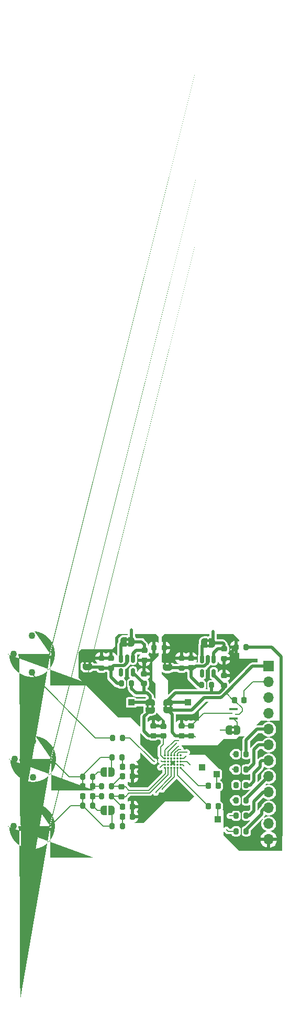
<source format=gbr>
%TF.GenerationSoftware,KiCad,Pcbnew,8.0.4*%
%TF.CreationDate,2024-08-13T22:52:30+08:00*%
%TF.ProjectId,MAX30001_MINI,4d415833-3030-4303-915f-4d494e492e6b,rev?*%
%TF.SameCoordinates,Original*%
%TF.FileFunction,Copper,L1,Top*%
%TF.FilePolarity,Positive*%
%FSLAX46Y46*%
G04 Gerber Fmt 4.6, Leading zero omitted, Abs format (unit mm)*
G04 Created by KiCad (PCBNEW 8.0.4) date 2024-08-13 22:52:30*
%MOMM*%
%LPD*%
G01*
G04 APERTURE LIST*
G04 Aperture macros list*
%AMRoundRect*
0 Rectangle with rounded corners*
0 $1 Rounding radius*
0 $2 $3 $4 $5 $6 $7 $8 $9 X,Y pos of 4 corners*
0 Add a 4 corners polygon primitive as box body*
4,1,4,$2,$3,$4,$5,$6,$7,$8,$9,$2,$3,0*
0 Add four circle primitives for the rounded corners*
1,1,$1+$1,$2,$3*
1,1,$1+$1,$4,$5*
1,1,$1+$1,$6,$7*
1,1,$1+$1,$8,$9*
0 Add four rect primitives between the rounded corners*
20,1,$1+$1,$2,$3,$4,$5,0*
20,1,$1+$1,$4,$5,$6,$7,0*
20,1,$1+$1,$6,$7,$8,$9,0*
20,1,$1+$1,$8,$9,$2,$3,0*%
%AMFreePoly0*
4,1,111,-2.563245,3.679731,-2.180727,3.619146,-1.806637,3.518909,-1.445074,3.380118,-1.100000,3.204294,-0.775195,2.993363,-0.474217,2.749636,-0.200364,2.475783,0.043363,2.174805,0.254294,1.850000,0.430118,1.504926,0.568909,1.143363,0.669146,0.769273,0.729731,0.386755,0.750000,0.000000,0.729731,-0.386755,0.669146,-0.769273,0.568909,-1.143363,0.430118,-1.504926,0.254294,-1.850000,
0.043363,-2.174805,-0.200364,-2.475783,-0.474217,-2.749636,-0.775195,-2.993363,-1.100000,-3.204294,-1.445074,-3.380118,-1.806637,-3.518909,-2.180727,-3.619146,-2.563245,-3.679731,-2.950000,-3.700000,-3.336755,-3.679731,-3.719273,-3.619146,-4.093363,-3.518909,-4.454926,-3.380118,-4.800000,-3.204294,-5.124805,-2.993363,-5.425783,-2.749636,-5.699636,-2.475783,-5.943363,-2.174805,-6.154294,-1.850000,
-6.330118,-1.504926,-6.468909,-1.143363,-6.569146,-0.769273,-6.629731,-0.386755,-6.650000,0.000000,-5.154720,0.000000,-5.135858,-0.287774,-5.079596,-0.570624,-4.986896,-0.843710,-4.859344,-1.102360,-4.699122,-1.342148,-4.508972,-1.558972,-4.292148,-1.749122,-4.052360,-1.909344,-3.793710,-2.036896,-3.520624,-2.129596,-3.237774,-2.185858,-2.950000,-2.204720,-2.662226,-2.185858,-2.379376,-2.129596,
-2.106290,-2.036896,-1.847640,-1.909344,-1.607852,-1.749122,-1.391028,-1.558972,-1.200878,-1.342148,-1.040656,-1.102360,-0.913104,-0.843710,-0.820404,-0.570624,-0.764142,-0.287774,-0.745280,0.000000,-0.764142,0.287774,-0.820404,0.570624,-0.913104,0.843710,-1.040656,1.102360,-1.200878,1.342148,-1.391028,1.558972,-1.607852,1.749122,-1.847640,1.909344,-2.106290,2.036896,-2.379376,2.129596,
-2.662226,2.185858,-2.950000,2.204720,-3.237774,2.185858,-3.520624,2.129596,-3.793710,2.036896,-4.052360,1.909344,-4.292148,1.749122,-4.508972,1.558972,-4.699122,1.342148,-4.859344,1.102360,-4.986896,0.843710,-5.079596,0.570624,-5.135858,0.287774,-5.154720,0.000000,-6.650000,0.000000,-6.629731,0.386755,-6.569146,0.769273,-6.468909,1.143363,-6.330118,1.504926,-6.154294,1.850000,
-5.943363,2.174805,-5.699636,2.475783,-5.425783,2.749636,-5.124805,2.993363,-4.800000,3.204294,-4.454926,3.380118,-4.093363,3.518909,-3.719273,3.619146,-3.336755,3.679731,-2.950000,3.700000,-2.563245,3.679731,-2.563245,3.679731,$1*%
%AMFreePoly1*
4,1,19,0.500000,-0.750000,0.000000,-0.750000,0.000000,-0.744911,-0.071157,-0.744911,-0.207708,-0.704816,-0.327430,-0.627875,-0.420627,-0.520320,-0.479746,-0.390866,-0.500000,-0.250000,-0.500000,0.250000,-0.479746,0.390866,-0.420627,0.520320,-0.327430,0.627875,-0.207708,0.704816,-0.071157,0.744911,0.000000,0.744911,0.000000,0.750000,0.500000,0.750000,0.500000,-0.750000,0.500000,-0.750000,
$1*%
%AMFreePoly2*
4,1,19,0.000000,0.744911,0.071157,0.744911,0.207708,0.704816,0.327430,0.627875,0.420627,0.520320,0.479746,0.390866,0.500000,0.250000,0.500000,-0.250000,0.479746,-0.390866,0.420627,-0.520320,0.327430,-0.627875,0.207708,-0.704816,0.071157,-0.744911,0.000000,-0.744911,0.000000,-0.750000,-0.500000,-0.750000,-0.500000,0.750000,0.000000,0.750000,0.000000,0.744911,0.000000,0.744911,
$1*%
G04 Aperture macros list end*
%TA.AperFunction,EtchedComponent*%
%ADD10C,0.000000*%
%TD*%
%TA.AperFunction,SMDPad,CuDef*%
%ADD11RoundRect,0.225000X-0.225000X-0.250000X0.225000X-0.250000X0.225000X0.250000X-0.225000X0.250000X0*%
%TD*%
%TA.AperFunction,SMDPad,CuDef*%
%ADD12RoundRect,0.225000X0.250000X-0.225000X0.250000X0.225000X-0.250000X0.225000X-0.250000X-0.225000X0*%
%TD*%
%TA.AperFunction,ComponentPad*%
%ADD13R,1.000000X1.000000*%
%TD*%
%TA.AperFunction,SMDPad,CuDef*%
%ADD14C,0.350000*%
%TD*%
%TA.AperFunction,SMDPad,CuDef*%
%ADD15R,1.400000X0.400000*%
%TD*%
%TA.AperFunction,SMDPad,CuDef*%
%ADD16R,0.500000X0.200000*%
%TD*%
%TA.AperFunction,SMDPad,CuDef*%
%ADD17C,1.100000*%
%TD*%
%TA.AperFunction,SMDPad,CuDef*%
%ADD18FreePoly0,0.000000*%
%TD*%
%TA.AperFunction,SMDPad,CuDef*%
%ADD19RoundRect,0.200000X-0.200000X-0.275000X0.200000X-0.275000X0.200000X0.275000X-0.200000X0.275000X0*%
%TD*%
%TA.AperFunction,SMDPad,CuDef*%
%ADD20RoundRect,0.200000X0.275000X-0.200000X0.275000X0.200000X-0.275000X0.200000X-0.275000X-0.200000X0*%
%TD*%
%TA.AperFunction,ComponentPad*%
%ADD21R,1.700000X1.700000*%
%TD*%
%TA.AperFunction,ComponentPad*%
%ADD22O,1.700000X1.700000*%
%TD*%
%TA.AperFunction,SMDPad,CuDef*%
%ADD23RoundRect,0.200000X0.200000X0.275000X-0.200000X0.275000X-0.200000X-0.275000X0.200000X-0.275000X0*%
%TD*%
%TA.AperFunction,SMDPad,CuDef*%
%ADD24FreePoly1,180.000000*%
%TD*%
%TA.AperFunction,SMDPad,CuDef*%
%ADD25FreePoly2,180.000000*%
%TD*%
%TA.AperFunction,SMDPad,CuDef*%
%ADD26RoundRect,0.150000X-0.150000X0.512500X-0.150000X-0.512500X0.150000X-0.512500X0.150000X0.512500X0*%
%TD*%
%TA.AperFunction,SMDPad,CuDef*%
%ADD27FreePoly1,0.000000*%
%TD*%
%TA.AperFunction,SMDPad,CuDef*%
%ADD28FreePoly2,0.000000*%
%TD*%
%TA.AperFunction,SMDPad,CuDef*%
%ADD29FreePoly1,270.000000*%
%TD*%
%TA.AperFunction,SMDPad,CuDef*%
%ADD30FreePoly2,270.000000*%
%TD*%
%TA.AperFunction,SMDPad,CuDef*%
%ADD31RoundRect,0.225000X-0.250000X0.225000X-0.250000X-0.225000X0.250000X-0.225000X0.250000X0.225000X0*%
%TD*%
%TA.AperFunction,SMDPad,CuDef*%
%ADD32RoundRect,0.225000X0.225000X0.250000X-0.225000X0.250000X-0.225000X-0.250000X0.225000X-0.250000X0*%
%TD*%
%TA.AperFunction,ViaPad*%
%ADD33C,0.300000*%
%TD*%
%TA.AperFunction,ViaPad*%
%ADD34C,0.200000*%
%TD*%
%TA.AperFunction,Conductor*%
%ADD35C,0.200000*%
%TD*%
%TA.AperFunction,Conductor*%
%ADD36C,0.500000*%
%TD*%
G04 APERTURE END LIST*
D10*
%TA.AperFunction,EtchedComponent*%
%TO.C,JP8*%
G36*
X184331000Y-116440000D02*
G01*
X183931000Y-116440000D01*
X183931000Y-115940000D01*
X184331000Y-115940000D01*
X184331000Y-116440000D01*
G37*
%TD.AperFunction*%
%TA.AperFunction,EtchedComponent*%
G36*
X185131000Y-116440000D02*
G01*
X184731000Y-116440000D01*
X184731000Y-115940000D01*
X185131000Y-115940000D01*
X185131000Y-116440000D01*
G37*
%TD.AperFunction*%
%TA.AperFunction,EtchedComponent*%
%TO.C,JP9*%
G36*
X181410000Y-116455000D02*
G01*
X181010000Y-116455000D01*
X181010000Y-115955000D01*
X181410000Y-115955000D01*
X181410000Y-116455000D01*
G37*
%TD.AperFunction*%
%TA.AperFunction,EtchedComponent*%
G36*
X182210000Y-116455000D02*
G01*
X181810000Y-116455000D01*
X181810000Y-115955000D01*
X182210000Y-115955000D01*
X182210000Y-116455000D01*
G37*
%TD.AperFunction*%
%TA.AperFunction,EtchedComponent*%
%TO.C,JP1*%
G36*
X191245500Y-105802000D02*
G01*
X190745500Y-105802000D01*
X190745500Y-105402000D01*
X191245500Y-105402000D01*
X191245500Y-105802000D01*
G37*
%TD.AperFunction*%
%TA.AperFunction,EtchedComponent*%
G36*
X191245500Y-106602000D02*
G01*
X190745500Y-106602000D01*
X190745500Y-106202000D01*
X191245500Y-106202000D01*
X191245500Y-106602000D01*
G37*
%TD.AperFunction*%
%TA.AperFunction,EtchedComponent*%
%TO.C,JP4*%
G36*
X172050000Y-109470000D02*
G01*
X171650000Y-109470000D01*
X171650000Y-108970000D01*
X172050000Y-108970000D01*
X172050000Y-109470000D01*
G37*
%TD.AperFunction*%
%TA.AperFunction,EtchedComponent*%
G36*
X171250000Y-109470000D02*
G01*
X170850000Y-109470000D01*
X170850000Y-108970000D01*
X171250000Y-108970000D01*
X171250000Y-109470000D01*
G37*
%TD.AperFunction*%
%TA.AperFunction,EtchedComponent*%
%TO.C,JP3*%
G36*
X178192000Y-105591000D02*
G01*
X177692000Y-105591000D01*
X177692000Y-105191000D01*
X178192000Y-105191000D01*
X178192000Y-105591000D01*
G37*
%TD.AperFunction*%
%TA.AperFunction,EtchedComponent*%
G36*
X178192000Y-106391000D02*
G01*
X177692000Y-106391000D01*
X177692000Y-105991000D01*
X178192000Y-105991000D01*
X178192000Y-106391000D01*
G37*
%TD.AperFunction*%
%TA.AperFunction,EtchedComponent*%
%TO.C,JP6*%
G36*
X195250000Y-120600000D02*
G01*
X194750000Y-120600000D01*
X194750000Y-120200000D01*
X195250000Y-120200000D01*
X195250000Y-120600000D01*
G37*
%TD.AperFunction*%
%TA.AperFunction,EtchedComponent*%
G36*
X195250000Y-119800000D02*
G01*
X194750000Y-119800000D01*
X194750000Y-119400000D01*
X195250000Y-119400000D01*
X195250000Y-119800000D01*
G37*
%TD.AperFunction*%
%TA.AperFunction,EtchedComponent*%
%TO.C,JP2*%
G36*
X185004000Y-109582000D02*
G01*
X184604000Y-109582000D01*
X184604000Y-109082000D01*
X185004000Y-109082000D01*
X185004000Y-109582000D01*
G37*
%TD.AperFunction*%
%TA.AperFunction,EtchedComponent*%
G36*
X184204000Y-109582000D02*
G01*
X183804000Y-109582000D01*
X183804000Y-109082000D01*
X184204000Y-109082000D01*
X184204000Y-109582000D01*
G37*
%TD.AperFunction*%
%TD*%
D11*
%TO.P,C25,1*%
%TO.N,BIN*%
X177164400Y-125933200D03*
%TO.P,C25,2*%
%TO.N,GNDA*%
X178714400Y-125933200D03*
%TD*%
D12*
%TO.P,C1,1*%
%TO.N,1V8_A*%
X183757000Y-120939000D03*
%TO.P,C1,2*%
%TO.N,GNDA*%
X183757000Y-119389000D03*
%TD*%
D13*
%TO.P,TP3,1,1*%
%TO.N,Net-(C8-Pad2)*%
X192582800Y-134416800D03*
%TD*%
D12*
%TO.P,C6,1*%
%TO.N,3V3_D*%
X186690000Y-120930000D03*
%TO.P,C6,2*%
%TO.N,GNDD*%
X186690000Y-119380000D03*
%TD*%
%TO.P,C20,2*%
%TO.N,ECGN*%
X176936681Y-129184681D03*
%TO.P,C20,1*%
%TO.N,ECGP*%
X176936681Y-130734681D03*
%TD*%
D14*
%TO.P,U2,A1,DRVP*%
%TO.N,Net-(U2-DRVP)*%
X186539000Y-126111000D03*
%TO.P,U2,A2,DRVN*%
%TO.N,Net-(U2-DRVN)*%
X186039000Y-126111000D03*
%TO.P,U2,A3,BIN*%
%TO.N,BIN*%
X185539000Y-126111000D03*
%TO.P,U2,A4,BIP*%
%TO.N,BIP*%
X185039000Y-126111000D03*
%TO.P,U2,A5,ECGP*%
%TO.N,ECGP*%
X184539000Y-126111000D03*
%TO.P,U2,A6,ECGN*%
%TO.N,ECGN*%
X184039000Y-126111000D03*
%TO.P,U2,B1,VBG*%
%TO.N,Net-(U2-VBG)*%
X186539000Y-125611000D03*
%TO.P,U2,B2,RBIAS*%
%TO.N,RBIAS*%
X186039000Y-125611000D03*
%TO.P,U2,B3,AGND*%
%TO.N,GNDA*%
X185539000Y-125611000D03*
%TO.P,U2,B4,AGND*%
X185039000Y-125611000D03*
%TO.P,U2,B5,CAPN*%
%TO.N,Net-(U2-CAPN)*%
X184539000Y-125611000D03*
%TO.P,U2,B6,CAPP*%
%TO.N,Net-(U2-CAPP)*%
X184039000Y-125611000D03*
%TO.P,U2,C1,VCM*%
%TO.N,Net-(U2-VCM)*%
X186539000Y-125111000D03*
%TO.P,U2,C2,AOUT*%
%TO.N,Net-(U2-AOUT)*%
X186039000Y-125111000D03*
%TO.P,U2,C3,AGND*%
%TO.N,GNDA*%
X185539000Y-125111000D03*
%TO.P,U2,C4,AGND*%
X185039000Y-125111000D03*
%TO.P,U2,C5,DGND*%
%TO.N,GNDD*%
X184539000Y-125111000D03*
%TO.P,U2,C6,CPLL*%
%TO.N,Net-(U2-CPLL)*%
X184039000Y-125111000D03*
%TO.P,U2,D1,VREF*%
%TO.N,Net-(U2-VREF)*%
X186539000Y-124611000D03*
%TO.P,U2,D2,INTB*%
%TO.N,INTB*%
X186039000Y-124611000D03*
%TO.P,U2,D3,OVDD*%
%TO.N,3V3_D*%
X185539000Y-124611000D03*
%TO.P,U2,D4,AGND*%
%TO.N,GNDA*%
X185039000Y-124611000D03*
%TO.P,U2,D5,FCLK*%
%TO.N,FCLK*%
X184539000Y-124611000D03*
%TO.P,U2,D6,DVDD*%
%TO.N,1V8_A*%
X184039000Y-124611000D03*
%TO.P,U2,E1,AVDD*%
X186539000Y-124111000D03*
%TO.P,U2,E2,INT2B*%
%TO.N,INT2B*%
X186039000Y-124111000D03*
%TO.P,U2,E3,SDO*%
%TO.N,SDO*%
X185539000Y-124111000D03*
%TO.P,U2,E4,SDI*%
%TO.N,SDI*%
X185039000Y-124111000D03*
%TO.P,U2,E5,SCLK*%
%TO.N,SCLK*%
X184539000Y-124111000D03*
%TO.P,U2,E6,CSB*%
%TO.N,CSB*%
X184039000Y-124111000D03*
%TD*%
D15*
%TO.P,U4,1,NC*%
%TO.N,unconnected-(U4-NC-Pad1)*%
X195133200Y-116600000D03*
D16*
%TO.P,U4,2,GND*%
%TO.N,GNDD*%
X194683200Y-117300000D03*
D15*
%TO.P,U4,3,CLK_OUT*%
%TO.N,Net-(JP6-A)*%
X195133200Y-118200000D03*
D16*
%TO.P,U4,4,VDD*%
%TO.N,3V3_D*%
X195583200Y-117500000D03*
%TD*%
D17*
%TO.P,J1,1,Pin_1*%
%TO.N,ECGP ELECTRODE*%
X159550000Y-135500000D03*
X162500000Y-132550000D03*
X162500000Y-138450000D03*
D18*
X165450000Y-135500000D03*
%TD*%
D19*
%TO.P,R7,1*%
%TO.N,SDI*%
X195517000Y-128879600D03*
%TO.P,R7,2*%
%TO.N,Net-(J4-Pin_7)*%
X197167000Y-128879600D03*
%TD*%
D11*
%TO.P,C19,1*%
%TO.N,3V3_D*%
X195249200Y-115163600D03*
%TO.P,C19,2*%
%TO.N,GNDD*%
X196799200Y-115163600D03*
%TD*%
D20*
%TO.P,R10,1*%
%TO.N,Net-(JP4-B)*%
X173736000Y-110045000D03*
%TO.P,R10,2*%
%TO.N,GNDA*%
X173736000Y-108395000D03*
%TD*%
D13*
%TO.P,TP4,1,1*%
%TO.N,Net-(C9-Pad2)*%
X192379600Y-127152400D03*
%TD*%
D21*
%TO.P,J4,1,Pin_1*%
%TO.N,3V3_D*%
X200787000Y-109728000D03*
D22*
%TO.P,J4,2,Pin_2*%
%TO.N,GNDD*%
X200787000Y-112268000D03*
%TO.P,J4,3,Pin_3*%
%TO.N,1V8_A*%
X200787000Y-114808000D03*
%TO.P,J4,4,Pin_4*%
%TO.N,GNDA*%
X200787000Y-117348000D03*
%TO.P,J4,5,Pin_5*%
%TO.N,Net-(J4-Pin_5)*%
X200787000Y-119888000D03*
%TO.P,J4,6,Pin_6*%
%TO.N,Net-(J4-Pin_6)*%
X200787000Y-122428000D03*
%TO.P,J4,7,Pin_7*%
%TO.N,Net-(J4-Pin_7)*%
X200787000Y-124968000D03*
%TO.P,J4,8,Pin_8*%
%TO.N,Net-(J4-Pin_8)*%
X200787000Y-127508000D03*
%TO.P,J4,9,Pin_9*%
%TO.N,Net-(J4-Pin_9)*%
X200787000Y-130048000D03*
%TO.P,J4,10,Pin_10*%
%TO.N,Net-(J4-Pin_10)*%
X200787000Y-132588000D03*
%TO.P,J4,11,Pin_11*%
%TO.N,5V0_IN*%
X200787000Y-135128000D03*
%TO.P,J4,12,Pin_12*%
%TO.N,GND*%
X200787000Y-137668000D03*
%TD*%
D23*
%TO.P,R15,1*%
%TO.N,ECGN*%
X175399481Y-129108481D03*
%TO.P,R15,2*%
%TO.N,Net-(JP7-B)*%
X173749481Y-129108481D03*
%TD*%
%TO.P,FB1,1*%
%TO.N,GND*%
X197167000Y-106629200D03*
%TO.P,FB1,2*%
%TO.N,GNDD*%
X195517000Y-106629200D03*
%TD*%
%TO.P,R5,1*%
%TO.N,Net-(JP9-A)*%
X178625000Y-112522000D03*
%TO.P,R5,2*%
%TO.N,Net-(JP4-B)*%
X176975000Y-112522000D03*
%TD*%
D24*
%TO.P,JP7,1,A*%
%TO.N,ECGN ELECTRODE*%
X175361600Y-126796800D03*
D25*
%TO.P,JP7,2,B*%
%TO.N,Net-(JP7-B)*%
X174061600Y-126796800D03*
%TD*%
D23*
%TO.P,R17,1*%
%TO.N,BIP*%
X177139600Y-135483600D03*
%TO.P,R17,2*%
%TO.N,ECGP ELECTRODE*%
X175489600Y-135483600D03*
%TD*%
%TO.P,R18,2*%
%TO.N,ECGN ELECTRODE*%
X175451000Y-124409200D03*
%TO.P,R18,1*%
%TO.N,BIN*%
X177101000Y-124409200D03*
%TD*%
D12*
%TO.P,C5,1*%
%TO.N,3V3_D*%
X188214000Y-120930000D03*
%TO.P,C5,2*%
%TO.N,GNDD*%
X188214000Y-119380000D03*
%TD*%
D26*
%TO.P,U1,1,IN*%
%TO.N,5V0_IN*%
X191897000Y-108596000D03*
%TO.P,U1,2,GND*%
%TO.N,Net-(JP2-B)*%
X190947000Y-108596000D03*
%TO.P,U1,3,EN*%
%TO.N,Net-(JP1-B)*%
X189997000Y-108596000D03*
%TO.P,U1,4,NC*%
%TO.N,unconnected-(U1-NC-Pad4)*%
X189997000Y-110871000D03*
%TO.P,U1,5,OUT*%
%TO.N,Net-(JP8-A)*%
X191897000Y-110871000D03*
%TD*%
D27*
%TO.P,JP5,1,A*%
%TO.N,Net-(JP5-A)*%
X174091600Y-132943600D03*
D28*
%TO.P,JP5,2,B*%
%TO.N,ECGP ELECTRODE*%
X175391600Y-132943600D03*
%TD*%
D23*
%TO.P,R1,1*%
%TO.N,Net-(JP8-A)*%
X191579000Y-112776000D03*
%TO.P,R1,2*%
%TO.N,Net-(JP2-B)*%
X189929000Y-112776000D03*
%TD*%
D19*
%TO.P,R12,1*%
%TO.N,INTB*%
X195517000Y-136347200D03*
%TO.P,R12,2*%
%TO.N,Net-(J4-Pin_10)*%
X197167000Y-136347200D03*
%TD*%
D11*
%TO.P,C23,1*%
%TO.N,BIP*%
X177164400Y-133959600D03*
%TO.P,C23,2*%
%TO.N,GNDA*%
X178714400Y-133959600D03*
%TD*%
%TO.P,C18,1*%
%TO.N,ECGP ELECTRODE*%
X170738481Y-130683281D03*
%TO.P,C18,2*%
%TO.N,Net-(JP5-A)*%
X172288481Y-130683281D03*
%TD*%
D26*
%TO.P,U3,1,IN*%
%TO.N,5V0_IN*%
X178826000Y-108469000D03*
%TO.P,U3,2,GND*%
%TO.N,Net-(JP4-B)*%
X177876000Y-108469000D03*
%TO.P,U3,3,EN*%
%TO.N,Net-(JP3-B)*%
X176926000Y-108469000D03*
%TO.P,U3,4,NC*%
%TO.N,unconnected-(U3-NC-Pad4)*%
X176926000Y-110744000D03*
%TO.P,U3,5,OUT*%
%TO.N,Net-(JP9-A)*%
X178826000Y-110744000D03*
%TD*%
D11*
%TO.P,C22,1*%
%TO.N,ECGN*%
X177164400Y-127508000D03*
%TO.P,C22,2*%
%TO.N,GNDA*%
X178714400Y-127508000D03*
%TD*%
D12*
%TO.P,C7,1*%
%TO.N,Net-(JP2-B)*%
X188214000Y-109982000D03*
%TO.P,C7,2*%
%TO.N,GNDD*%
X188214000Y-108432000D03*
%TD*%
D17*
%TO.P,J2,1,Pin_1*%
%TO.N,ECGN ELECTRODE*%
X159711600Y-124714000D03*
X162661600Y-121764000D03*
X162661600Y-127664000D03*
D18*
X165611600Y-124714000D03*
%TD*%
D13*
%TO.P,TP1,1,1*%
%TO.N,Net-(JP8-A)*%
X187706000Y-115570000D03*
%TD*%
D12*
%TO.P,C2,1*%
%TO.N,1V8_A*%
X182106000Y-120926000D03*
%TO.P,C2,2*%
%TO.N,GNDA*%
X182106000Y-119376000D03*
%TD*%
D19*
%TO.P,R9,1*%
%TO.N,INT2B*%
X195517000Y-133858000D03*
%TO.P,R9,2*%
%TO.N,Net-(J4-Pin_9)*%
X197167000Y-133858000D03*
%TD*%
D29*
%TO.P,JP8,1,A*%
%TO.N,Net-(JP8-A)*%
X184531000Y-115540000D03*
D30*
%TO.P,JP8,2,B*%
%TO.N,3V3_D*%
X184531000Y-116840000D03*
%TD*%
D18*
%TO.P,J3,1,Pin_1*%
%TO.N,VCM ELECTRODE*%
X165433519Y-107771919D03*
D17*
X162483519Y-110721919D03*
X162483519Y-104821919D03*
X159533519Y-107771919D03*
%TD*%
D23*
%TO.P,R13,2*%
%TO.N,Net-(JP5-A)*%
X173737281Y-130683281D03*
%TO.P,R13,1*%
%TO.N,ECGP*%
X175387281Y-130683281D03*
%TD*%
D31*
%TO.P,C4,1*%
%TO.N,5V0_IN*%
X193548000Y-106934000D03*
%TO.P,C4,2*%
%TO.N,GNDD*%
X193548000Y-108484000D03*
%TD*%
%TO.P,C15,1*%
%TO.N,5V0_IN*%
X180665000Y-107188000D03*
%TO.P,C15,2*%
%TO.N,GNDA*%
X180665000Y-108738000D03*
%TD*%
D13*
%TO.P,TP2,1,1*%
%TO.N,Net-(U2-AOUT)*%
X190000000Y-126034800D03*
%TD*%
D29*
%TO.P,JP9,1,A*%
%TO.N,Net-(JP9-A)*%
X181610000Y-115555000D03*
D30*
%TO.P,JP9,2,B*%
%TO.N,1V8_A*%
X181610000Y-116855000D03*
%TD*%
D12*
%TO.P,C3,1*%
%TO.N,Net-(JP8-A)*%
X193548000Y-112789000D03*
%TO.P,C3,2*%
%TO.N,GNDD*%
X193548000Y-111239000D03*
%TD*%
D19*
%TO.P,R16,2*%
%TO.N,Net-(JP7-B)*%
X172339281Y-127584481D03*
%TO.P,R16,1*%
%TO.N,ECGN ELECTRODE*%
X170689281Y-127584481D03*
%TD*%
D23*
%TO.P,R3,1*%
%TO.N,Net-(U2-VCM)*%
X177151800Y-121259600D03*
%TO.P,R3,2*%
%TO.N,VCM ELECTRODE*%
X175501800Y-121259600D03*
%TD*%
D12*
%TO.P,C14,1*%
%TO.N,Net-(JP9-A)*%
X180594000Y-112522000D03*
%TO.P,C14,2*%
%TO.N,GNDA*%
X180594000Y-110972000D03*
%TD*%
D24*
%TO.P,JP1,1,A*%
%TO.N,5V0_IN*%
X191645500Y-106002000D03*
D25*
%TO.P,JP1,2,B*%
%TO.N,Net-(JP1-B)*%
X190345500Y-106002000D03*
%TD*%
D11*
%TO.P,C9,2*%
%TO.N,Net-(C9-Pad2)*%
X192595800Y-129032000D03*
%TO.P,C9,1*%
%TO.N,Net-(U2-DRVP)*%
X191045800Y-129032000D03*
%TD*%
D29*
%TO.P,JP4,1,A*%
%TO.N,GNDA*%
X171450000Y-108570000D03*
D30*
%TO.P,JP4,2,B*%
%TO.N,Net-(JP4-B)*%
X171450000Y-109870000D03*
%TD*%
D11*
%TO.P,C8,1*%
%TO.N,Net-(U2-DRVN)*%
X191045800Y-132334000D03*
%TO.P,C8,2*%
%TO.N,Net-(C8-Pad2)*%
X192595800Y-132334000D03*
%TD*%
D24*
%TO.P,JP3,1,A*%
%TO.N,5V0_IN*%
X178592000Y-105791000D03*
D25*
%TO.P,JP3,2,B*%
%TO.N,Net-(JP3-B)*%
X177292000Y-105791000D03*
%TD*%
D24*
%TO.P,JP6,1,A*%
%TO.N,Net-(JP6-A)*%
X195650000Y-120000000D03*
D25*
%TO.P,JP6,2,B*%
%TO.N,FCLK*%
X194350000Y-120000000D03*
%TD*%
D29*
%TO.P,JP2,1,A*%
%TO.N,GNDD*%
X184404000Y-108682000D03*
D30*
%TO.P,JP2,2,B*%
%TO.N,Net-(JP2-B)*%
X184404000Y-109982000D03*
%TD*%
D13*
%TO.P,TP5,1,1*%
%TO.N,Net-(JP9-A)*%
X178562000Y-115570000D03*
%TD*%
D19*
%TO.P,R8,1*%
%TO.N,SDO*%
X195517000Y-131368800D03*
%TO.P,R8,2*%
%TO.N,Net-(J4-Pin_8)*%
X197167000Y-131368800D03*
%TD*%
D23*
%TO.P,FB2,1*%
%TO.N,GNDD*%
X183908200Y-106730800D03*
%TO.P,FB2,2*%
%TO.N,GNDA*%
X182258200Y-106730800D03*
%TD*%
D12*
%TO.P,C16,1*%
%TO.N,Net-(JP4-B)*%
X175260000Y-109995000D03*
%TO.P,C16,2*%
%TO.N,GNDA*%
X175260000Y-108445000D03*
%TD*%
D23*
%TO.P,R14,1*%
%TO.N,Net-(JP5-A)*%
X172339281Y-132207281D03*
%TO.P,R14,2*%
%TO.N,ECGP ELECTRODE*%
X170689281Y-132207281D03*
%TD*%
D20*
%TO.P,R2,1*%
%TO.N,Net-(JP2-B)*%
X186690000Y-110045000D03*
%TO.P,R2,2*%
%TO.N,GNDD*%
X186690000Y-108395000D03*
%TD*%
D19*
%TO.P,R4,1*%
%TO.N,CSB*%
X195517000Y-123901200D03*
%TO.P,R4,2*%
%TO.N,Net-(J4-Pin_5)*%
X197167000Y-123901200D03*
%TD*%
D11*
%TO.P,C17,1*%
%TO.N,ECGP*%
X177177400Y-132384800D03*
%TO.P,C17,2*%
%TO.N,GNDA*%
X178727400Y-132384800D03*
%TD*%
D32*
%TO.P,C21,1*%
%TO.N,Net-(JP7-B)*%
X172288481Y-129108481D03*
%TO.P,C21,2*%
%TO.N,ECGN ELECTRODE*%
X170738481Y-129108481D03*
%TD*%
D19*
%TO.P,R6,1*%
%TO.N,SCLK*%
X195517000Y-126390400D03*
%TO.P,R6,2*%
%TO.N,Net-(J4-Pin_6)*%
X197167000Y-126390400D03*
%TD*%
D33*
%TO.N,GNDA*%
X179500000Y-117000000D03*
X179500000Y-118000000D03*
%TO.N,GND*%
X191000000Y-124000000D03*
X194500000Y-132500000D03*
X194500000Y-129500000D03*
X194500000Y-130500000D03*
X196000000Y-122000000D03*
X195000000Y-122000000D03*
X202500000Y-139000000D03*
X197500000Y-139000000D03*
X196000000Y-139000000D03*
X195000000Y-138000000D03*
%TO.N,BIP*%
X177164400Y-133959600D03*
%TO.N,BIN*%
X177164400Y-125933200D03*
%TO.N,GNDD*%
X185500000Y-106000000D03*
X185000000Y-105500000D03*
X184000000Y-105500000D03*
X187000000Y-107000000D03*
X185500000Y-107000000D03*
X185500000Y-111500000D03*
X185500000Y-112500000D03*
X187000000Y-112500000D03*
X187000000Y-111500000D03*
X196000000Y-110500000D03*
X196000000Y-109000000D03*
X197000000Y-109000000D03*
X195000000Y-105000000D03*
X194000000Y-105000000D03*
X193000000Y-105000000D03*
X189000000Y-107000000D03*
X189000000Y-106000000D03*
X189000000Y-105000000D03*
X186500000Y-118000000D03*
X187500000Y-118000000D03*
X188500000Y-118000000D03*
X195000000Y-110000000D03*
%TO.N,GNDA*%
X181000000Y-134000000D03*
X183500000Y-131500000D03*
X182000000Y-133000000D03*
X176500000Y-117500000D03*
X175000000Y-116000000D03*
X173500000Y-114500000D03*
X172000000Y-113000000D03*
X170500000Y-111500000D03*
X176000000Y-107000000D03*
X182000000Y-108500000D03*
X182000000Y-108000000D03*
X182500000Y-108000000D03*
X182500000Y-105500000D03*
X182000000Y-105500000D03*
X181500000Y-105500000D03*
X171000000Y-107500000D03*
X171500000Y-107500000D03*
X172000000Y-107500000D03*
X172500000Y-107500000D03*
X182500000Y-118000000D03*
X180500000Y-122000000D03*
X181000000Y-122500000D03*
X181000000Y-122000000D03*
X180000000Y-134500000D03*
X180000000Y-134000000D03*
X180000000Y-133500000D03*
X180000000Y-133000000D03*
X180000000Y-132500000D03*
X180000000Y-132000000D03*
X180000000Y-128000000D03*
X180000000Y-127500000D03*
X180000000Y-127000000D03*
X180000000Y-126500000D03*
X180000000Y-126000000D03*
X180000000Y-125500000D03*
X185000000Y-131000000D03*
X186000000Y-131000000D03*
X187000000Y-131000000D03*
X188000000Y-131000000D03*
X183000000Y-118000000D03*
X182000000Y-118000000D03*
X180500000Y-125000000D03*
X181500000Y-111000000D03*
%TO.N,1V8_A*%
X181610000Y-116855000D03*
%TO.N,GNDD*%
X186690000Y-119380000D03*
D34*
X184556400Y-125120400D03*
D33*
%TO.N,Net-(U2-VREF)*%
X187401200Y-124256800D03*
%TO.N,INT2B*%
X194513200Y-133858000D03*
%TO.N,SDO*%
X195013200Y-131318000D03*
%TO.N,SDI*%
X195485154Y-128720306D03*
%TO.N,SCLK*%
X194919602Y-126282131D03*
%TO.N,CSB*%
X194989257Y-123901214D03*
D34*
%TO.N,Net-(U2-AOUT)*%
X186039000Y-125111000D03*
D33*
%TO.N,INTB*%
X193954398Y-136093200D03*
%TO.N,CSB*%
X186183956Y-121714207D03*
D34*
%TO.N,1V8_A*%
X184048400Y-124612400D03*
X186537600Y-124104400D03*
D33*
%TO.N,INT2B*%
X187553600Y-123596396D03*
D34*
%TO.N,INTB*%
X186047029Y-124610463D03*
D33*
%TO.N,SDO*%
X186537590Y-123145752D03*
%TO.N,SDI*%
X186182000Y-122659948D03*
%TO.N,SCLK*%
X185831802Y-122179402D03*
%TO.N,Net-(U2-VCM)*%
X188053600Y-125620400D03*
X182270400Y-125069600D03*
D34*
%TO.N,GNDA*%
X185064400Y-125577600D03*
D33*
%TO.N,FCLK*%
X193000000Y-120000000D03*
%TO.N,3V3_D*%
X188925194Y-121156781D03*
%TO.N,BIP*%
X182524400Y-130107455D03*
%TO.N,BIN*%
X183557055Y-129607455D03*
D34*
%TO.N,Net-(U2-CAPN)*%
X184556400Y-125628400D03*
D33*
%TO.N,Net-(U2-CAPP)*%
X183235600Y-126026800D03*
%TO.N,Net-(U2-CPLL)*%
X183368089Y-124976000D03*
%TO.N,Net-(U2-VBG)*%
X187022405Y-125737512D03*
D34*
%TO.N,3V3_D*%
X185541326Y-124609769D03*
%TO.N,FCLK*%
X184536984Y-124613655D03*
D33*
%TO.N,5V0_IN*%
X191770000Y-104140000D03*
X178562000Y-103886000D03*
D34*
%TO.N,RBIAS*%
X186029600Y-125628400D03*
%TD*%
D35*
%TO.N,VCM ELECTRODE*%
X175501800Y-121259600D02*
X172759600Y-121259600D01*
X172759600Y-121259600D02*
X162483519Y-110983519D01*
X162483519Y-110983519D02*
X162483519Y-110721919D01*
%TO.N,ECGP ELECTRODE*%
X170689281Y-132207281D02*
X168742719Y-132207281D01*
X168742719Y-132207281D02*
X165450000Y-135500000D01*
%TO.N,BIP*%
X177139600Y-135483600D02*
X177139600Y-133984400D01*
X177139600Y-133984400D02*
X177164400Y-133959600D01*
%TO.N,ECGP ELECTRODE*%
X170689281Y-132207281D02*
X170707281Y-132207281D01*
X170707281Y-132207281D02*
X173983600Y-135483600D01*
X173983600Y-135483600D02*
X175489600Y-135483600D01*
%TO.N,ECGN ELECTRODE*%
X170689281Y-127584481D02*
X170689281Y-127310719D01*
X170689281Y-127310719D02*
X173590800Y-124409200D01*
X173590800Y-124409200D02*
X175451000Y-124409200D01*
%TO.N,CSB*%
X184039000Y-123265097D02*
X185589890Y-121714207D01*
%TO.N,FCLK*%
X194350000Y-120000000D02*
X193000000Y-120000000D01*
%TO.N,CSB*%
X184039000Y-124111000D02*
X184039000Y-123265097D01*
X185589890Y-121714207D02*
X186183956Y-121714207D01*
%TO.N,GNDD*%
X200787000Y-112268000D02*
X198232000Y-112268000D01*
X198232000Y-112268000D02*
X196799200Y-113700800D01*
X196799200Y-113700800D02*
X196799200Y-115163600D01*
%TO.N,3V3_D*%
X195583200Y-117500000D02*
X196000000Y-117500000D01*
X196000000Y-117500000D02*
X196500000Y-117000000D01*
X195249200Y-115163600D02*
X195249200Y-115249200D01*
X195249200Y-115249200D02*
X196500000Y-116500000D01*
X196500000Y-116500000D02*
X196500000Y-117000000D01*
%TO.N,Net-(JP6-A)*%
X195133200Y-118200000D02*
X195650000Y-118716800D01*
X195650000Y-118716800D02*
X195650000Y-120000000D01*
%TO.N,GNDA*%
X180622000Y-111000000D02*
X180594000Y-110972000D01*
X181500000Y-111000000D02*
X180622000Y-111000000D01*
D36*
%TO.N,3V3_D*%
X184531000Y-116840000D02*
X188336000Y-116840000D01*
X188336000Y-116840000D02*
X190368000Y-114808000D01*
X193090800Y-114808000D02*
X193878200Y-114020600D01*
X190368000Y-114808000D02*
X193090800Y-114808000D01*
D35*
%TO.N,Net-(U2-DRVP)*%
X186539000Y-126111000D02*
X189460000Y-129032000D01*
%TO.N,Net-(U2-DRVN)*%
X186039000Y-126111000D02*
X186039000Y-127327200D01*
%TO.N,Net-(U2-VCM)*%
X186539000Y-125111000D02*
X187544200Y-125111000D01*
%TO.N,Net-(U2-DRVP)*%
X189460000Y-129032000D02*
X191045800Y-129032000D01*
%TO.N,Net-(U2-VBG)*%
X186895893Y-125611000D02*
X187022405Y-125737512D01*
%TO.N,Net-(U2-DRVN)*%
X186039000Y-127327200D02*
X191045800Y-132334000D01*
%TO.N,Net-(U2-VCM)*%
X187544200Y-125111000D02*
X188053600Y-125620400D01*
%TO.N,Net-(U2-VBG)*%
X186539000Y-125611000D02*
X186895893Y-125611000D01*
%TO.N,Net-(C9-Pad2)*%
X192379600Y-128815800D02*
X192379600Y-127152400D01*
X192595800Y-129032000D02*
X192379600Y-128815800D01*
%TO.N,Net-(C8-Pad2)*%
X192595800Y-132334000D02*
X192582800Y-132347000D01*
X192582800Y-132347000D02*
X192582800Y-134416800D01*
%TO.N,Net-(U2-VREF)*%
X186539000Y-124611000D02*
X187047000Y-124611000D01*
X187047000Y-124611000D02*
X187401200Y-124256800D01*
%TO.N,SDO*%
X186180029Y-123145752D02*
X186537590Y-123145752D01*
X185539000Y-124111000D02*
X185539000Y-123786781D01*
X185539000Y-123786781D02*
X186180029Y-123145752D01*
%TO.N,SDI*%
X186182000Y-122659948D02*
X186100147Y-122659948D01*
X185039000Y-123721095D02*
X185039000Y-124111000D01*
X186100147Y-122659948D02*
X185039000Y-123721095D01*
%TO.N,SCLK*%
X184539000Y-124111000D02*
X184539000Y-123472204D01*
X184539000Y-123472204D02*
X185831802Y-122179402D01*
%TO.N,INT2B*%
X186039000Y-124111000D02*
X186039000Y-123863513D01*
X186306117Y-123596396D02*
X187553600Y-123596396D01*
X186039000Y-123863513D02*
X186306117Y-123596396D01*
%TO.N,CSB*%
X194989271Y-123901200D02*
X194989257Y-123901214D01*
X195517000Y-123901200D02*
X194989271Y-123901200D01*
%TO.N,SCLK*%
X195027871Y-126390400D02*
X194919602Y-126282131D01*
X195517000Y-126390400D02*
X195027871Y-126390400D01*
%TO.N,SDI*%
X195517000Y-128879600D02*
X195485154Y-128847754D01*
%TO.N,SDO*%
X195517000Y-131368800D02*
X195064000Y-131368800D01*
X195064000Y-131368800D02*
X195013200Y-131318000D01*
%TO.N,SDI*%
X195485154Y-128847754D02*
X195485154Y-128720306D01*
%TO.N,INT2B*%
X194513200Y-133858000D02*
X195517000Y-133858000D01*
%TO.N,3V3_D*%
X188214000Y-120930000D02*
X188698413Y-120930000D01*
X188698413Y-120930000D02*
X188925194Y-121156781D01*
D36*
%TO.N,GND*%
X200787000Y-137668000D02*
X202184000Y-137668000D01*
X202184000Y-137668000D02*
X202773000Y-137079000D01*
X202773000Y-137079000D02*
X202773000Y-108132600D01*
X202773000Y-108132600D02*
X201269600Y-106629200D01*
X201269600Y-106629200D02*
X197167000Y-106629200D01*
%TO.N,GNDD*%
X193548000Y-108484000D02*
X194538000Y-108484000D01*
X194538000Y-108484000D02*
X194946000Y-108076000D01*
X194946000Y-108076000D02*
X194946000Y-107200200D01*
X194946000Y-107200200D02*
X195517000Y-106629200D01*
D35*
%TO.N,INTB*%
X195517000Y-136347200D02*
X194208398Y-136347200D01*
X194208398Y-136347200D02*
X193954398Y-136093200D01*
%TO.N,Net-(U2-CPLL)*%
X184039000Y-125111000D02*
X183503089Y-125111000D01*
X183503089Y-125111000D02*
X183368089Y-124976000D01*
%TO.N,Net-(U2-CAPP)*%
X184039000Y-125611000D02*
X183651400Y-125611000D01*
X183651400Y-125611000D02*
X183235600Y-126026800D01*
%TO.N,Net-(U2-VCM)*%
X177151800Y-121259600D02*
X178358800Y-121259600D01*
X178358800Y-121259600D02*
X182118000Y-125018800D01*
X182219600Y-125018800D02*
X182270400Y-125069600D01*
X182118000Y-125018800D02*
X182219600Y-125018800D01*
%TO.N,GNDA*%
X183757000Y-119389000D02*
X182119000Y-119389000D01*
X182119000Y-119389000D02*
X182106000Y-119376000D01*
%TO.N,GNDD*%
X186690000Y-119380000D02*
X188214000Y-119380000D01*
%TO.N,3V3_D*%
X195021200Y-115163600D02*
X193878200Y-114020600D01*
D36*
X193878200Y-114020600D02*
X198170800Y-109728000D01*
D35*
X195249200Y-115163600D02*
X195021200Y-115163600D01*
D36*
X185166000Y-117754400D02*
X185166000Y-120396000D01*
X185166000Y-117475000D02*
X185166000Y-117754400D01*
X198170800Y-109728000D02*
X200787000Y-109728000D01*
D35*
%TO.N,ECGP*%
X177177400Y-132384800D02*
X177088800Y-132384800D01*
X177088800Y-132384800D02*
X175387281Y-130683281D01*
%TO.N,ECGN*%
X177164400Y-127508000D02*
X176999962Y-127508000D01*
X176999962Y-127508000D02*
X175399481Y-129108481D01*
%TO.N,BIN*%
X177164400Y-125933200D02*
X177164400Y-124472600D01*
X177164400Y-124472600D02*
X177101000Y-124409200D01*
%TO.N,GNDA*%
X178714400Y-127508000D02*
X178714400Y-125933200D01*
X178727400Y-132384800D02*
X178727400Y-133946600D01*
X178727400Y-133946600D02*
X178714400Y-133959600D01*
%TO.N,ECGP*%
X175387281Y-130683281D02*
X176885281Y-130683281D01*
X176885281Y-130683281D02*
X176936681Y-130734681D01*
%TO.N,ECGN*%
X175399481Y-129108481D02*
X176860481Y-129108481D01*
X176860481Y-129108481D02*
X176936681Y-129184681D01*
%TO.N,Net-(JP7-B)*%
X172339281Y-127584481D02*
X173075600Y-126848162D01*
X173075600Y-126848162D02*
X173075600Y-126796800D01*
X173075600Y-126796800D02*
X174061600Y-126796800D01*
%TO.N,Net-(JP5-A)*%
X172339281Y-132207281D02*
X173075600Y-132943600D01*
X173075600Y-132943600D02*
X174091600Y-132943600D01*
X172288481Y-130683281D02*
X172288481Y-132156481D01*
X172288481Y-132156481D02*
X172339281Y-132207281D01*
X172288481Y-130683281D02*
X173737281Y-130683281D01*
%TO.N,Net-(JP7-B)*%
X172288481Y-129108481D02*
X173749481Y-129108481D01*
X172339281Y-127584481D02*
X172339281Y-129057681D01*
X172339281Y-129057681D02*
X172288481Y-129108481D01*
%TO.N,ECGN ELECTRODE*%
X175361600Y-126796800D02*
X175361600Y-124498600D01*
X175361600Y-124498600D02*
X175451000Y-124409200D01*
%TO.N,ECGP ELECTRODE*%
X175489600Y-135483600D02*
X175489600Y-133041600D01*
X175489600Y-133041600D02*
X175391600Y-132943600D01*
%TO.N,ECGN ELECTRODE*%
X170689281Y-127584481D02*
X170689281Y-129059281D01*
X170689281Y-129059281D02*
X170738481Y-129108481D01*
%TO.N,ECGP ELECTRODE*%
X170738481Y-130683281D02*
X170738481Y-132158081D01*
X170738481Y-132158081D02*
X170689281Y-132207281D01*
%TO.N,ECGN ELECTRODE*%
X170689281Y-127584481D02*
X168482081Y-127584481D01*
X168482081Y-127584481D02*
X165611600Y-124714000D01*
%TO.N,BIP*%
X182524400Y-129997200D02*
X182524400Y-130107455D01*
X185039000Y-126111000D02*
X185039000Y-127482600D01*
X185039000Y-127482600D02*
X182524400Y-129997200D01*
%TO.N,BIN*%
X183699500Y-129394300D02*
X183699499Y-129394300D01*
X183699499Y-129394300D02*
X183557055Y-129536744D01*
X183557055Y-129536744D02*
X183557055Y-129607455D01*
X185539000Y-126111000D02*
X185514001Y-126135999D01*
X185514001Y-126135999D02*
X185514001Y-127579799D01*
X185514001Y-127579799D02*
X183699500Y-129394300D01*
%TO.N,ECGP*%
X178816000Y-130171400D02*
X178802719Y-130184681D01*
%TO.N,ECGN*%
X184039000Y-126111000D02*
X184063999Y-126135999D01*
X178199182Y-129734681D02*
X177649182Y-129184681D01*
%TO.N,ECGP*%
X178199182Y-130184681D02*
X177649182Y-130734681D01*
X177649182Y-130734681D02*
X176936681Y-130734681D01*
%TO.N,ECGN*%
X178643794Y-129721400D02*
X178630513Y-129734681D01*
X178630513Y-129734681D02*
X178199182Y-129734681D01*
%TO.N,ECGP*%
X178802719Y-130184681D02*
X178199182Y-130184681D01*
%TO.N,ECGN*%
X184063999Y-126135999D02*
X184063999Y-127021801D01*
X184063999Y-127021801D02*
X181364400Y-129721400D01*
X181364400Y-129721400D02*
X178643794Y-129721400D01*
X177649182Y-129184681D02*
X176936681Y-129184681D01*
%TO.N,ECGP*%
X184514001Y-127208199D02*
X181550800Y-130171400D01*
X184539000Y-126111000D02*
X184514001Y-126135999D01*
X184514001Y-126135999D02*
X184514001Y-127208199D01*
X181550800Y-130171400D02*
X178816000Y-130171400D01*
%TO.N,1V8_A*%
X183757000Y-122313000D02*
X183757000Y-120939000D01*
X183791513Y-124611000D02*
X183305400Y-124124887D01*
X184039000Y-124611000D02*
X183791513Y-124611000D01*
X183305400Y-124124887D02*
X183305400Y-122764600D01*
X183305400Y-122764600D02*
X183757000Y-122313000D01*
%TO.N,3V3_D*%
X186690000Y-120930000D02*
X186690000Y-121107200D01*
%TO.N,FCLK*%
X184539000Y-124611000D02*
X184555000Y-124611000D01*
X184555000Y-124611000D02*
X184564000Y-124620000D01*
D36*
%TO.N,1V8_A*%
X181610000Y-116855000D02*
X180609000Y-117856000D01*
X181356000Y-120939000D02*
X183757000Y-120939000D01*
X180609000Y-117856000D02*
X180609000Y-120192000D01*
X180609000Y-120192000D02*
X181356000Y-120939000D01*
%TO.N,3V3_D*%
X184531000Y-116840000D02*
X185166000Y-117475000D01*
X185166000Y-120396000D02*
X185700000Y-120930000D01*
X185700000Y-120930000D02*
X188214000Y-120930000D01*
%TO.N,GNDA*%
X175260000Y-108445000D02*
X171575000Y-108445000D01*
X171575000Y-108445000D02*
X171450000Y-108570000D01*
%TO.N,GNDD*%
X193548000Y-111239000D02*
X193548000Y-108484000D01*
%TO.N,Net-(JP8-A)*%
X192786000Y-114046000D02*
X191516000Y-114046000D01*
X191516000Y-114046000D02*
X185674000Y-114046000D01*
X191579000Y-112776000D02*
X191579000Y-113983000D01*
X191579000Y-113983000D02*
X191516000Y-114046000D01*
X193548000Y-112789000D02*
X193548000Y-113284000D01*
X184531000Y-115189000D02*
X184531000Y-115540000D01*
X193548000Y-113284000D02*
X192786000Y-114046000D01*
X185674000Y-114046000D02*
X184531000Y-115189000D01*
X191897000Y-110871000D02*
X191897000Y-111138000D01*
X191897000Y-111138000D02*
X193548000Y-112789000D01*
X184531000Y-115540000D02*
X187676000Y-115540000D01*
X187676000Y-115540000D02*
X187706000Y-115570000D01*
%TO.N,Net-(JP9-A)*%
X178562000Y-115570000D02*
X181595000Y-115570000D01*
X181595000Y-115570000D02*
X181610000Y-115555000D01*
X179324000Y-114046000D02*
X180848000Y-114046000D01*
X180848000Y-114046000D02*
X181102000Y-114046000D01*
X180594000Y-112522000D02*
X180594000Y-113792000D01*
X180594000Y-113792000D02*
X180848000Y-114046000D01*
X178826000Y-110744000D02*
X178826000Y-110754000D01*
X178826000Y-110754000D02*
X180594000Y-112522000D01*
X178625000Y-112522000D02*
X178625000Y-113347000D01*
X178625000Y-113347000D02*
X179324000Y-114046000D01*
X181610000Y-114554000D02*
X181610000Y-115555000D01*
X181102000Y-114046000D02*
X181610000Y-114554000D01*
%TO.N,GNDA*%
X180594000Y-110972000D02*
X180594000Y-108809000D01*
X180594000Y-108809000D02*
X180665000Y-108738000D01*
%TO.N,Net-(JP2-B)*%
X188214000Y-109982000D02*
X188214000Y-111506000D01*
X188214000Y-111506000D02*
X189484000Y-112776000D01*
X189484000Y-112776000D02*
X189929000Y-112776000D01*
X184404000Y-109982000D02*
X186627000Y-109982000D01*
X186627000Y-109982000D02*
X186690000Y-110045000D01*
X188214000Y-109982000D02*
X186753000Y-109982000D01*
X186753000Y-109982000D02*
X186690000Y-110045000D01*
X190947000Y-108596000D02*
X190947000Y-109161184D01*
X188722000Y-109982000D02*
X188214000Y-109982000D01*
X190947000Y-109161184D02*
X190380184Y-109728000D01*
X190380184Y-109728000D02*
X188976000Y-109728000D01*
X188976000Y-109728000D02*
X188722000Y-109982000D01*
%TO.N,Net-(JP4-B)*%
X176975000Y-112522000D02*
X176276000Y-112522000D01*
X176276000Y-112522000D02*
X175260000Y-111506000D01*
X175260000Y-111506000D02*
X175260000Y-109995000D01*
X171450000Y-109870000D02*
X173561000Y-109870000D01*
X173561000Y-109870000D02*
X173736000Y-110045000D01*
X175260000Y-109995000D02*
X173786000Y-109995000D01*
X173786000Y-109995000D02*
X173736000Y-110045000D01*
X177876000Y-108469000D02*
X177876000Y-109131499D01*
X177876000Y-109131499D02*
X177425999Y-109581500D01*
X177425999Y-109581500D02*
X175673500Y-109581500D01*
X175673500Y-109581500D02*
X175260000Y-109995000D01*
%TO.N,5V0_IN*%
X193548000Y-106934000D02*
X192532000Y-106934000D01*
X192532000Y-106934000D02*
X191897000Y-107569000D01*
X191897000Y-107569000D02*
X191897000Y-108596000D01*
X191645500Y-106002000D02*
X193378000Y-106002000D01*
X193378000Y-106002000D02*
X193548000Y-106172000D01*
X193548000Y-106172000D02*
X193548000Y-106934000D01*
X180665000Y-107188000D02*
X179324000Y-107188000D01*
X179324000Y-107188000D02*
X178826000Y-107686000D01*
X178826000Y-107686000D02*
X178826000Y-108469000D01*
X178592000Y-105791000D02*
X180213000Y-105791000D01*
X180213000Y-105791000D02*
X180665000Y-106243000D01*
X180665000Y-106243000D02*
X180665000Y-107188000D01*
%TO.N,Net-(JP3-B)*%
X176926000Y-108469000D02*
X176926000Y-106157000D01*
X176926000Y-106157000D02*
X177292000Y-105791000D01*
%TO.N,Net-(JP1-B)*%
X189997000Y-108596000D02*
X189997000Y-106350500D01*
X189997000Y-106350500D02*
X190345500Y-106002000D01*
%TO.N,5V0_IN*%
X191770000Y-104140000D02*
X191770000Y-105877500D01*
X191770000Y-105877500D02*
X191645500Y-106002000D01*
X178562000Y-103886000D02*
X178562000Y-105761000D01*
X178562000Y-105761000D02*
X178592000Y-105791000D01*
%TO.N,Net-(J4-Pin_10)*%
X197167000Y-136347200D02*
X197167000Y-136081000D01*
X199644000Y-133096000D02*
X200152000Y-132588000D01*
X197167000Y-136081000D02*
X199644000Y-133604000D01*
X199644000Y-133604000D02*
X199644000Y-133096000D01*
X200152000Y-132588000D02*
X200787000Y-132588000D01*
%TO.N,Net-(J4-Pin_9)*%
X197167000Y-133858000D02*
X197612000Y-133858000D01*
X197612000Y-133858000D02*
X198374000Y-133096000D01*
X198374000Y-133096000D02*
X198374000Y-131572000D01*
X198374000Y-131572000D02*
X199898000Y-130048000D01*
X199898000Y-130048000D02*
X200787000Y-130048000D01*
%TO.N,Net-(J4-Pin_8)*%
X197167000Y-131368800D02*
X197167000Y-131128000D01*
X197167000Y-131128000D02*
X200787000Y-127508000D01*
%TO.N,Net-(J4-Pin_7)*%
X197167000Y-128879600D02*
X197764400Y-128879600D01*
X197764400Y-128879600D02*
X198374000Y-128270000D01*
X198374000Y-128270000D02*
X198374000Y-127000000D01*
X198374000Y-127000000D02*
X199390000Y-125984000D01*
X199644000Y-124968000D02*
X200787000Y-124968000D01*
X199390000Y-125984000D02*
X199390000Y-125222000D01*
X199390000Y-125222000D02*
X199644000Y-124968000D01*
%TO.N,Net-(J4-Pin_6)*%
X197167000Y-126390400D02*
X197459600Y-126390400D01*
X198374000Y-125476000D02*
X198374000Y-123190000D01*
X197459600Y-126390400D02*
X198374000Y-125476000D01*
X199136000Y-122428000D02*
X200787000Y-122428000D01*
X198374000Y-123190000D02*
X199136000Y-122428000D01*
%TO.N,Net-(J4-Pin_5)*%
X197167000Y-123901200D02*
X197167000Y-121603000D01*
X198882000Y-119888000D02*
X200787000Y-119888000D01*
X197167000Y-121603000D02*
X198882000Y-119888000D01*
D35*
%TO.N,GNDA*%
X185039000Y-124611000D02*
X185039000Y-125611000D01*
X185539000Y-125611000D02*
X185539000Y-125111000D01*
X185039000Y-125111000D02*
X185539000Y-125111000D01*
%TO.N,GNDD*%
X194683200Y-117300000D02*
X190294000Y-117300000D01*
X190294000Y-117300000D02*
X188214000Y-119380000D01*
%TD*%
%TA.AperFunction,Conductor*%
%TO.N,GNDD*%
G36*
X191009210Y-115422852D02*
G01*
X191023562Y-115457500D01*
X191009210Y-115492148D01*
X191005117Y-115494882D01*
X189500000Y-116999999D01*
X189500000Y-118451000D01*
X189485648Y-118485648D01*
X189451000Y-118500000D01*
X188796995Y-118500000D01*
X188775433Y-118493885D01*
X188775072Y-118494660D01*
X188772484Y-118493453D01*
X188611603Y-118440143D01*
X188512317Y-118430000D01*
X188464000Y-118430000D01*
X188464000Y-118451000D01*
X188449648Y-118485648D01*
X188415000Y-118500000D01*
X188013000Y-118500000D01*
X187978352Y-118485648D01*
X187964000Y-118451000D01*
X187964000Y-118430000D01*
X187915683Y-118430000D01*
X187816396Y-118440143D01*
X187655515Y-118493453D01*
X187511266Y-118582428D01*
X187486648Y-118607047D01*
X187452000Y-118621399D01*
X187417352Y-118607047D01*
X187392733Y-118582428D01*
X187248484Y-118493453D01*
X187087603Y-118440143D01*
X186988317Y-118430000D01*
X186940000Y-118430000D01*
X186940000Y-119130000D01*
X187108659Y-119130000D01*
X187143307Y-119144352D01*
X187157659Y-119179000D01*
X187143307Y-119213648D01*
X187140028Y-119216643D01*
X186657628Y-119618643D01*
X186626259Y-119630000D01*
X186489000Y-119630000D01*
X186454352Y-119615648D01*
X186440000Y-119581000D01*
X186440000Y-118430000D01*
X186391683Y-118430000D01*
X186292396Y-118440143D01*
X186131515Y-118493453D01*
X185987266Y-118582428D01*
X185867428Y-118702266D01*
X185867424Y-118702271D01*
X185857204Y-118718841D01*
X185826799Y-118740796D01*
X185789776Y-118734821D01*
X185767821Y-118704416D01*
X185766500Y-118693117D01*
X185766500Y-117558014D01*
X185766501Y-117558001D01*
X185766501Y-117489500D01*
X185780853Y-117454852D01*
X185815501Y-117440500D01*
X188253930Y-117440500D01*
X188253946Y-117440501D01*
X188256943Y-117440501D01*
X188415059Y-117440501D01*
X188491421Y-117420039D01*
X188567785Y-117399577D01*
X188635487Y-117360489D01*
X188704716Y-117320520D01*
X188816520Y-117208716D01*
X188816520Y-117208714D01*
X188820549Y-117204686D01*
X188820552Y-117204681D01*
X190602383Y-115422852D01*
X190637031Y-115408500D01*
X190974562Y-115408500D01*
X191009210Y-115422852D01*
G37*
%TD.AperFunction*%
%TA.AperFunction,Conductor*%
G36*
X185990361Y-110596852D02*
G01*
X185994751Y-110601886D01*
X186022078Y-110637922D01*
X186055745Y-110663453D01*
X186142658Y-110729361D01*
X186283436Y-110784877D01*
X186283442Y-110784877D01*
X186283443Y-110784878D01*
X186371895Y-110795500D01*
X186371898Y-110795500D01*
X187008105Y-110795500D01*
X187096556Y-110784878D01*
X187096556Y-110784877D01*
X187096564Y-110784877D01*
X187237342Y-110729361D01*
X187357922Y-110637922D01*
X187385244Y-110601892D01*
X187417615Y-110582956D01*
X187424287Y-110582500D01*
X187502566Y-110582500D01*
X187537214Y-110596852D01*
X187541437Y-110601667D01*
X187553549Y-110617451D01*
X187594330Y-110648743D01*
X187613081Y-110681220D01*
X187613500Y-110687616D01*
X187613500Y-111423929D01*
X187613499Y-111423947D01*
X187613499Y-111585058D01*
X187654423Y-111737785D01*
X187654834Y-111738496D01*
X187654841Y-111738509D01*
X187733480Y-111874716D01*
X187848074Y-111989310D01*
X187848080Y-111989315D01*
X189001764Y-113142999D01*
X189001769Y-113143005D01*
X189003480Y-113144716D01*
X189115284Y-113256520D01*
X189115287Y-113256521D01*
X189115290Y-113256524D01*
X189197926Y-113304233D01*
X189246676Y-113332379D01*
X189261219Y-113345206D01*
X189277664Y-113366892D01*
X189287165Y-113403172D01*
X189268229Y-113435543D01*
X189238621Y-113445500D01*
X185594940Y-113445500D01*
X185442216Y-113486422D01*
X185430461Y-113493209D01*
X185414402Y-113502481D01*
X185305283Y-113565480D01*
X185305283Y-113565481D01*
X184583648Y-114287116D01*
X184549000Y-114301468D01*
X184514352Y-114287116D01*
X184500000Y-114252468D01*
X184500000Y-112000000D01*
X183514352Y-111014352D01*
X183500000Y-110979704D01*
X183500000Y-110654590D01*
X183514352Y-110619942D01*
X183549000Y-110605590D01*
X183581087Y-110617557D01*
X183648099Y-110675623D01*
X183733217Y-110730325D01*
X183733216Y-110730325D01*
X183800757Y-110761169D01*
X183864004Y-110790054D01*
X183961092Y-110818561D01*
X184103407Y-110839023D01*
X184204592Y-110839024D01*
X184211721Y-110837998D01*
X184218694Y-110837500D01*
X184589306Y-110837500D01*
X184596278Y-110837998D01*
X184603408Y-110839024D01*
X184704593Y-110839023D01*
X184846908Y-110818561D01*
X184943996Y-110790054D01*
X185074781Y-110730326D01*
X185159901Y-110675623D01*
X185253560Y-110594467D01*
X185285648Y-110582500D01*
X185955713Y-110582500D01*
X185990361Y-110596852D01*
G37*
%TD.AperFunction*%
%TA.AperFunction,Conductor*%
G36*
X195014352Y-104514352D02*
G01*
X195985648Y-105485648D01*
X196000000Y-105520296D01*
X196000000Y-105642594D01*
X195985648Y-105677242D01*
X195951000Y-105691594D01*
X195936423Y-105689375D01*
X195844114Y-105660611D01*
X195844105Y-105660609D01*
X195773570Y-105654200D01*
X195767000Y-105654200D01*
X195767000Y-107604199D01*
X195773569Y-107604199D01*
X195844106Y-107597790D01*
X195844111Y-107597789D01*
X195936422Y-107569023D01*
X195973771Y-107572416D01*
X195997781Y-107601226D01*
X196000000Y-107615804D01*
X196000000Y-108500000D01*
X198951000Y-108500000D01*
X198985648Y-108514352D01*
X199000000Y-108549000D01*
X199000000Y-109078500D01*
X198985648Y-109113148D01*
X198951000Y-109127500D01*
X198091740Y-109127500D01*
X197939016Y-109168422D01*
X197927330Y-109175169D01*
X197911365Y-109184387D01*
X197802083Y-109247480D01*
X197802083Y-109247481D01*
X194457148Y-112592416D01*
X194422500Y-112606768D01*
X194387852Y-112592416D01*
X194373500Y-112557768D01*
X194373500Y-112526283D01*
X194370485Y-112503383D01*
X194358687Y-112413764D01*
X194300698Y-112273767D01*
X194208451Y-112153549D01*
X194199167Y-112146425D01*
X194180415Y-112113947D01*
X194190122Y-112077722D01*
X194203272Y-112065846D01*
X194250734Y-112036570D01*
X194370571Y-111916733D01*
X194459546Y-111772484D01*
X194512856Y-111611603D01*
X194523000Y-111512317D01*
X194523000Y-111489000D01*
X193347000Y-111489000D01*
X193312352Y-111474648D01*
X193298000Y-111440000D01*
X193298000Y-110989000D01*
X193798000Y-110989000D01*
X194522999Y-110989000D01*
X194522999Y-110965683D01*
X194512856Y-110866396D01*
X194459546Y-110705515D01*
X194370571Y-110561266D01*
X194250733Y-110441428D01*
X194106484Y-110352453D01*
X193945603Y-110299143D01*
X193846317Y-110289000D01*
X193798000Y-110289000D01*
X193798000Y-110989000D01*
X193298000Y-110989000D01*
X193298000Y-110289000D01*
X193249683Y-110289000D01*
X193150396Y-110299143D01*
X192989515Y-110352453D01*
X192845266Y-110441428D01*
X192725428Y-110561266D01*
X192638204Y-110702677D01*
X192607799Y-110724632D01*
X192570775Y-110718658D01*
X192548820Y-110688253D01*
X192547499Y-110676953D01*
X192547499Y-110310620D01*
X192541092Y-110251021D01*
X192538742Y-110244720D01*
X192490796Y-110116169D01*
X192476233Y-110096716D01*
X192444173Y-110053889D01*
X192404546Y-110000954D01*
X192335314Y-109949127D01*
X192289333Y-109914705D01*
X192289331Y-109914704D01*
X192244381Y-109897939D01*
X192154479Y-109864407D01*
X192094879Y-109858000D01*
X191699120Y-109858000D01*
X191639521Y-109864407D01*
X191504666Y-109914705D01*
X191389454Y-110000954D01*
X191303205Y-110116166D01*
X191252907Y-110251020D01*
X191246500Y-110310620D01*
X191246500Y-111431379D01*
X191252907Y-111490978D01*
X191252909Y-111490983D01*
X191303204Y-111625831D01*
X191389454Y-111741046D01*
X191504669Y-111827296D01*
X191580527Y-111855589D01*
X191607975Y-111881145D01*
X191609314Y-111918624D01*
X191583758Y-111946072D01*
X191563403Y-111950500D01*
X191335895Y-111950500D01*
X191247443Y-111961121D01*
X191247437Y-111961122D01*
X191247436Y-111961123D01*
X191151286Y-111999039D01*
X191106655Y-112016640D01*
X190986078Y-112108078D01*
X190894640Y-112228655D01*
X190839123Y-112369437D01*
X190839121Y-112369443D01*
X190828500Y-112457894D01*
X190828500Y-113094105D01*
X190839121Y-113182556D01*
X190839122Y-113182560D01*
X190839123Y-113182564D01*
X190894639Y-113323342D01*
X190894640Y-113323344D01*
X190927664Y-113366892D01*
X190937165Y-113403172D01*
X190918229Y-113435543D01*
X190888621Y-113445500D01*
X190619379Y-113445500D01*
X190584731Y-113431148D01*
X190570379Y-113396500D01*
X190580336Y-113366892D01*
X190613359Y-113323344D01*
X190613361Y-113323342D01*
X190668877Y-113182564D01*
X190673422Y-113144716D01*
X190679500Y-113094105D01*
X190679500Y-112457894D01*
X190668878Y-112369443D01*
X190668877Y-112369442D01*
X190668877Y-112369436D01*
X190613361Y-112228658D01*
X190521922Y-112108078D01*
X190427625Y-112036570D01*
X190401344Y-112016640D01*
X190401342Y-112016639D01*
X190267569Y-111963885D01*
X190240603Y-111937823D01*
X190239962Y-111900326D01*
X190266025Y-111873359D01*
X190268399Y-111872400D01*
X190389331Y-111827296D01*
X190504546Y-111741046D01*
X190590796Y-111625831D01*
X190641091Y-111490983D01*
X190641091Y-111490981D01*
X190641092Y-111490979D01*
X190647499Y-111431379D01*
X190647500Y-111431373D01*
X190647499Y-110310628D01*
X190646499Y-110301332D01*
X190657062Y-110265350D01*
X190670717Y-110253657D01*
X190686199Y-110244720D01*
X190748900Y-110208520D01*
X190860704Y-110096716D01*
X190860704Y-110096714D01*
X190864733Y-110092686D01*
X190864737Y-110092681D01*
X191311681Y-109645737D01*
X191311686Y-109645733D01*
X191315714Y-109641704D01*
X191315716Y-109641704D01*
X191417718Y-109539701D01*
X191452365Y-109525350D01*
X191481730Y-109535124D01*
X191487845Y-109539702D01*
X191504669Y-109552296D01*
X191639517Y-109602591D01*
X191639520Y-109602592D01*
X191683177Y-109607285D01*
X191699127Y-109609000D01*
X192094872Y-109608999D01*
X192094878Y-109608999D01*
X192154478Y-109602592D01*
X192154479Y-109602591D01*
X192154483Y-109602591D01*
X192289331Y-109552296D01*
X192404546Y-109466046D01*
X192490796Y-109350831D01*
X192541091Y-109215983D01*
X192541091Y-109215981D01*
X192541092Y-109215979D01*
X192546204Y-109168423D01*
X192547500Y-109156373D01*
X192547499Y-109046044D01*
X192561850Y-109011399D01*
X192596499Y-108997047D01*
X192631147Y-109011398D01*
X192638204Y-109020323D01*
X192725428Y-109161733D01*
X192845266Y-109281571D01*
X192989515Y-109370546D01*
X193150396Y-109423856D01*
X193249682Y-109433999D01*
X193297999Y-109433999D01*
X193798000Y-109433999D01*
X193846316Y-109433999D01*
X193945603Y-109423856D01*
X194106484Y-109370546D01*
X194250733Y-109281571D01*
X194370571Y-109161733D01*
X194459546Y-109017484D01*
X194512856Y-108856603D01*
X194523000Y-108757317D01*
X194523000Y-108734000D01*
X193798000Y-108734000D01*
X193798000Y-109433999D01*
X193297999Y-109433999D01*
X193298000Y-109433998D01*
X193298000Y-108283000D01*
X193312352Y-108248352D01*
X193347000Y-108234000D01*
X194522999Y-108234000D01*
X194522999Y-108210683D01*
X194512856Y-108111396D01*
X194459546Y-107950515D01*
X194370571Y-107806266D01*
X194250733Y-107686428D01*
X194250728Y-107686424D01*
X194203272Y-107657152D01*
X194181317Y-107626747D01*
X194187292Y-107589724D01*
X194199164Y-107576576D01*
X194208451Y-107569451D01*
X194300698Y-107449233D01*
X194358687Y-107309236D01*
X194373500Y-107196720D01*
X194373500Y-106960768D01*
X194617001Y-106960768D01*
X194623409Y-107031306D01*
X194623410Y-107031311D01*
X194673981Y-107193598D01*
X194761924Y-107339073D01*
X194882126Y-107459275D01*
X195027601Y-107547218D01*
X195189888Y-107597789D01*
X195189893Y-107597790D01*
X195260419Y-107604199D01*
X195267000Y-107604198D01*
X195267000Y-106879200D01*
X194617001Y-106879200D01*
X194617001Y-106960768D01*
X194373500Y-106960768D01*
X194373500Y-106671280D01*
X194358687Y-106558764D01*
X194305169Y-106429560D01*
X194300700Y-106418771D01*
X194300697Y-106418766D01*
X194284315Y-106397416D01*
X194208451Y-106298549D01*
X194207252Y-106297629D01*
X194617000Y-106297629D01*
X194617000Y-106379200D01*
X195267000Y-106379200D01*
X195267000Y-105654199D01*
X195260431Y-105654200D01*
X195189894Y-105660609D01*
X195189888Y-105660610D01*
X195027601Y-105711181D01*
X194882126Y-105799124D01*
X194761924Y-105919326D01*
X194673981Y-106064801D01*
X194623410Y-106227088D01*
X194623409Y-106227094D01*
X194617000Y-106297629D01*
X194207252Y-106297629D01*
X194167670Y-106267255D01*
X194148919Y-106234776D01*
X194148500Y-106228381D01*
X194148500Y-106092942D01*
X194148499Y-106092938D01*
X194145714Y-106082540D01*
X194107577Y-105940216D01*
X194107576Y-105940212D01*
X194078164Y-105889270D01*
X194028520Y-105803284D01*
X193916716Y-105691480D01*
X193915010Y-105689774D01*
X193914999Y-105689764D01*
X193861315Y-105636080D01*
X193861313Y-105636077D01*
X193746716Y-105521480D01*
X193643700Y-105462004D01*
X193609787Y-105442423D01*
X193609781Y-105442421D01*
X193457060Y-105401499D01*
X193457057Y-105401499D01*
X193298943Y-105401499D01*
X193295946Y-105401499D01*
X193295930Y-105401500D01*
X192457413Y-105401500D01*
X192422765Y-105387148D01*
X192412841Y-105372856D01*
X192393826Y-105331219D01*
X192378278Y-105307025D01*
X192370500Y-105280534D01*
X192370500Y-104549000D01*
X192384852Y-104514352D01*
X192419500Y-104500000D01*
X194979704Y-104500000D01*
X195014352Y-104514352D01*
G37*
%TD.AperFunction*%
%TA.AperFunction,Conductor*%
G36*
X191155148Y-104514352D02*
G01*
X191169500Y-104549000D01*
X191169500Y-104850236D01*
X191155148Y-104884884D01*
X191126561Y-104898860D01*
X191058232Y-104907377D01*
X191058228Y-104907378D01*
X191017868Y-104925081D01*
X190980373Y-104925855D01*
X190974864Y-104923302D01*
X190960933Y-104915763D01*
X190960934Y-104915763D01*
X190960932Y-104915762D01*
X190960931Y-104915762D01*
X190845500Y-104896500D01*
X190273611Y-104896500D01*
X190273606Y-104896500D01*
X190173458Y-104910899D01*
X190173455Y-104910900D01*
X190035509Y-104951404D01*
X190035493Y-104951410D01*
X189943456Y-104993441D01*
X189943450Y-104993445D01*
X189822508Y-105071169D01*
X189822502Y-105071174D01*
X189746030Y-105137437D01*
X189651878Y-105246097D01*
X189597174Y-105331217D01*
X189537449Y-105461996D01*
X189537443Y-105462012D01*
X189508939Y-105559091D01*
X189508938Y-105559094D01*
X189488477Y-105701402D01*
X189488476Y-105701411D01*
X189488476Y-105802596D01*
X189489501Y-105809721D01*
X189490000Y-105816694D01*
X189490000Y-106014520D01*
X189483435Y-106039020D01*
X189466360Y-106068595D01*
X189437423Y-106118712D01*
X189437421Y-106118718D01*
X189396499Y-106271440D01*
X189396499Y-106433500D01*
X189396500Y-106433513D01*
X189396500Y-107850302D01*
X189393411Y-107867426D01*
X189352907Y-107976020D01*
X189346500Y-108035620D01*
X189346501Y-109078500D01*
X189332149Y-109113148D01*
X189297501Y-109127500D01*
X189113409Y-109127500D01*
X189078761Y-109113148D01*
X189064409Y-109078500D01*
X189071704Y-109052776D01*
X189125546Y-108965484D01*
X189178856Y-108804603D01*
X189189000Y-108705317D01*
X189189000Y-108682000D01*
X187245000Y-108682000D01*
X187210352Y-108667648D01*
X187204485Y-108653485D01*
X187196000Y-108645000D01*
X185715001Y-108645000D01*
X185715001Y-108651568D01*
X185721409Y-108722106D01*
X185721410Y-108722111D01*
X185771981Y-108884398D01*
X185859924Y-109029873D01*
X185980126Y-109150075D01*
X186125601Y-109238018D01*
X186176088Y-109253751D01*
X186204897Y-109277761D01*
X186208291Y-109315110D01*
X186184281Y-109343919D01*
X186179486Y-109346116D01*
X186142655Y-109360640D01*
X186128279Y-109371543D01*
X186098671Y-109381500D01*
X185524832Y-109381500D01*
X185490184Y-109367148D01*
X185479959Y-109352183D01*
X185476334Y-109343919D01*
X185451613Y-109287560D01*
X185372353Y-109201461D01*
X185372352Y-109201460D01*
X185269433Y-109145763D01*
X185269434Y-109145763D01*
X185269432Y-109145762D01*
X185269431Y-109145762D01*
X185154000Y-109126500D01*
X185153997Y-109126500D01*
X184718688Y-109126500D01*
X184711715Y-109126001D01*
X184704597Y-109124977D01*
X184704588Y-109124976D01*
X184603403Y-109124976D01*
X184596279Y-109126001D01*
X184589306Y-109126500D01*
X184218694Y-109126500D01*
X184211721Y-109126001D01*
X184204592Y-109124976D01*
X184204591Y-109124976D01*
X184103411Y-109124976D01*
X184103402Y-109124977D01*
X184096285Y-109126001D01*
X184089312Y-109126500D01*
X183654000Y-109126500D01*
X183566732Y-109137377D01*
X183563311Y-109138320D01*
X183562850Y-109136648D01*
X183531165Y-109137287D01*
X183504117Y-109111308D01*
X183500000Y-109091648D01*
X183500000Y-108138429D01*
X185715000Y-108138429D01*
X185715000Y-108145000D01*
X186440000Y-108145000D01*
X186440000Y-107495000D01*
X186940000Y-107495000D01*
X186940000Y-108145000D01*
X187659000Y-108145000D01*
X187693648Y-108159352D01*
X187699514Y-108173514D01*
X187708000Y-108182000D01*
X187964000Y-108182000D01*
X188464000Y-108182000D01*
X189188999Y-108182000D01*
X189188999Y-108158683D01*
X189178856Y-108059396D01*
X189125546Y-107898515D01*
X189036571Y-107754266D01*
X188916733Y-107634428D01*
X188772484Y-107545453D01*
X188611603Y-107492143D01*
X188512317Y-107482000D01*
X188464000Y-107482000D01*
X188464000Y-108182000D01*
X187964000Y-108182000D01*
X187964000Y-107482000D01*
X187915683Y-107482000D01*
X187816396Y-107492143D01*
X187655515Y-107545453D01*
X187511266Y-107634428D01*
X187487470Y-107658225D01*
X187452822Y-107672577D01*
X187418174Y-107658225D01*
X187399873Y-107639924D01*
X187254398Y-107551981D01*
X187092111Y-107501410D01*
X187092105Y-107501409D01*
X187021570Y-107495000D01*
X186940000Y-107495000D01*
X186440000Y-107495000D01*
X186358431Y-107495000D01*
X186287893Y-107501409D01*
X186287888Y-107501410D01*
X186125601Y-107551981D01*
X185980126Y-107639924D01*
X185859924Y-107760126D01*
X185771981Y-107905601D01*
X185721410Y-108067888D01*
X185721409Y-108067894D01*
X185715000Y-108138429D01*
X183500000Y-108138429D01*
X183500000Y-107740713D01*
X183514352Y-107706065D01*
X183549000Y-107691713D01*
X183563580Y-107693933D01*
X183581085Y-107699388D01*
X183581092Y-107699390D01*
X183651619Y-107705799D01*
X184158200Y-107705799D01*
X184164769Y-107705799D01*
X184235306Y-107699390D01*
X184235311Y-107699389D01*
X184397598Y-107648818D01*
X184543073Y-107560875D01*
X184663275Y-107440673D01*
X184751218Y-107295198D01*
X184801789Y-107132911D01*
X184801790Y-107132905D01*
X184808200Y-107062370D01*
X184808200Y-106980800D01*
X184158200Y-106980800D01*
X184158200Y-107705799D01*
X183651619Y-107705799D01*
X183658200Y-107705798D01*
X183658200Y-106480800D01*
X184158200Y-106480800D01*
X184808199Y-106480800D01*
X184808199Y-106399231D01*
X184801790Y-106328693D01*
X184801789Y-106328688D01*
X184751218Y-106166401D01*
X184663275Y-106020926D01*
X184543073Y-105900724D01*
X184397598Y-105812781D01*
X184235311Y-105762210D01*
X184235305Y-105762209D01*
X184164770Y-105755800D01*
X184158200Y-105755800D01*
X184158200Y-106480800D01*
X183658200Y-106480800D01*
X183658200Y-105755799D01*
X183651631Y-105755800D01*
X183581094Y-105762209D01*
X183581085Y-105762211D01*
X183563577Y-105767667D01*
X183526228Y-105764273D01*
X183502219Y-105735463D01*
X183500000Y-105720886D01*
X183500000Y-105020296D01*
X183514352Y-104985648D01*
X183985648Y-104514352D01*
X184020296Y-104500000D01*
X191120500Y-104500000D01*
X191155148Y-104514352D01*
G37*
%TD.AperFunction*%
%TD*%
%TA.AperFunction,Conductor*%
%TO.N,GNDA*%
G36*
X185937447Y-127862750D02*
G01*
X188752700Y-130678003D01*
X188767052Y-130712651D01*
X188752700Y-130747299D01*
X188014352Y-131485648D01*
X187979704Y-131500000D01*
X184000000Y-131500000D01*
X180514352Y-134985648D01*
X180479704Y-135000000D01*
X179162681Y-135000000D01*
X179128033Y-134985648D01*
X179113681Y-134951000D01*
X179128033Y-134916352D01*
X179147268Y-134904487D01*
X179247884Y-134871146D01*
X179392133Y-134782171D01*
X179511971Y-134662333D01*
X179600946Y-134518084D01*
X179654256Y-134357203D01*
X179664400Y-134257917D01*
X179664400Y-134209600D01*
X178513400Y-134209600D01*
X178478752Y-134195248D01*
X178464400Y-134160600D01*
X178464400Y-133400888D01*
X178964400Y-133400888D01*
X178964400Y-133709600D01*
X179664399Y-133709600D01*
X179664399Y-133661283D01*
X179654256Y-133561996D01*
X179600946Y-133401115D01*
X179511971Y-133256866D01*
X179468453Y-133213348D01*
X179454101Y-133178700D01*
X179468453Y-133144052D01*
X179524971Y-133087533D01*
X179613946Y-132943284D01*
X179667256Y-132782403D01*
X179677400Y-132683117D01*
X179677400Y-132634800D01*
X178977400Y-132634800D01*
X178977400Y-133369504D01*
X178964400Y-133400888D01*
X178464400Y-133400888D01*
X178464400Y-132974896D01*
X178477400Y-132943511D01*
X178477400Y-132134800D01*
X178977400Y-132134800D01*
X179677399Y-132134800D01*
X179677399Y-132086483D01*
X179667256Y-131987196D01*
X179613946Y-131826315D01*
X179524971Y-131682066D01*
X179405133Y-131562228D01*
X179260884Y-131473253D01*
X179100003Y-131419943D01*
X179000717Y-131409800D01*
X178977400Y-131409800D01*
X178977400Y-132134800D01*
X178477400Y-132134800D01*
X178477400Y-131409800D01*
X178477399Y-131409799D01*
X178454084Y-131409800D01*
X178354796Y-131419943D01*
X178193915Y-131473253D01*
X178074724Y-131546772D01*
X178037700Y-131552746D01*
X178007295Y-131530791D01*
X178000000Y-131505067D01*
X178000000Y-131041262D01*
X178014352Y-131006614D01*
X178371433Y-130649533D01*
X178406081Y-130635181D01*
X178862030Y-130635181D01*
X178896401Y-130625970D01*
X178905361Y-130623569D01*
X178918043Y-130621900D01*
X181610111Y-130621900D01*
X181640230Y-130613828D01*
X181700473Y-130597686D01*
X181724687Y-130591199D01*
X181827414Y-130531889D01*
X182011328Y-130347974D01*
X182045974Y-130333623D01*
X182080622Y-130347975D01*
X182090545Y-130362266D01*
X182099021Y-130380825D01*
X182099025Y-130380831D01*
X182111789Y-130395561D01*
X182193272Y-130489598D01*
X182314347Y-130567408D01*
X182391185Y-130589969D01*
X182452434Y-130607954D01*
X182452437Y-130607954D01*
X182452439Y-130607955D01*
X182452440Y-130607955D01*
X182596360Y-130607955D01*
X182596361Y-130607955D01*
X182596363Y-130607954D01*
X182596365Y-130607954D01*
X182631334Y-130597686D01*
X182734453Y-130567408D01*
X182855528Y-130489598D01*
X182949777Y-130380828D01*
X183009565Y-130249912D01*
X183024165Y-130148357D01*
X183038016Y-130120685D01*
X183163414Y-129995287D01*
X183198061Y-129980936D01*
X183224552Y-129988715D01*
X183266012Y-130015359D01*
X183347002Y-130067408D01*
X183430051Y-130091793D01*
X183485089Y-130107954D01*
X183485092Y-130107954D01*
X183485094Y-130107955D01*
X183485095Y-130107955D01*
X183629015Y-130107955D01*
X183629016Y-130107955D01*
X183629018Y-130107954D01*
X183629020Y-130107954D01*
X183658731Y-130099230D01*
X183767108Y-130067408D01*
X183888183Y-129989598D01*
X183982432Y-129880828D01*
X184042220Y-129749912D01*
X184042220Y-129749910D01*
X184042221Y-129749909D01*
X184050180Y-129694544D01*
X184064031Y-129666870D01*
X185868154Y-127862748D01*
X185902799Y-127848398D01*
X185937447Y-127862750D01*
G37*
%TD.AperFunction*%
%TA.AperFunction,Conductor*%
G36*
X180083648Y-120486403D02*
G01*
X180091433Y-120496548D01*
X180105580Y-120521051D01*
X180128477Y-120560712D01*
X180128482Y-120560718D01*
X180243074Y-120675310D01*
X180243079Y-120675314D01*
X180987284Y-121419520D01*
X180987287Y-121419521D01*
X180987290Y-121419524D01*
X181124214Y-121498576D01*
X181124216Y-121498577D01*
X181195093Y-121517568D01*
X181276941Y-121539501D01*
X181276943Y-121539501D01*
X181404542Y-121539501D01*
X181439190Y-121553853D01*
X181443415Y-121558670D01*
X181445549Y-121561451D01*
X181565767Y-121653698D01*
X181565769Y-121653698D01*
X181565771Y-121653700D01*
X181701933Y-121710100D01*
X181705764Y-121711687D01*
X181818280Y-121726500D01*
X181818284Y-121726500D01*
X182393716Y-121726500D01*
X182393720Y-121726500D01*
X182506236Y-121711687D01*
X182646233Y-121653698D01*
X182766451Y-121561451D01*
X182768584Y-121558670D01*
X182801063Y-121539919D01*
X182807459Y-121539500D01*
X183045566Y-121539500D01*
X183080214Y-121553852D01*
X183084437Y-121558667D01*
X183096549Y-121574451D01*
X183216767Y-121666698D01*
X183276252Y-121691337D01*
X183302770Y-121717854D01*
X183306500Y-121736606D01*
X183306500Y-122106100D01*
X183292148Y-122140748D01*
X182944911Y-122487985D01*
X182885601Y-122590711D01*
X182885601Y-122590713D01*
X182881354Y-122606563D01*
X182854900Y-122705287D01*
X182854900Y-124184197D01*
X182874354Y-124256799D01*
X182874354Y-124256800D01*
X182885600Y-124298773D01*
X182885601Y-124298775D01*
X182944911Y-124401501D01*
X183055028Y-124511618D01*
X183069380Y-124546266D01*
X183055028Y-124580914D01*
X183046871Y-124587487D01*
X183036963Y-124593853D01*
X183036961Y-124593855D01*
X182942714Y-124702623D01*
X182942713Y-124702625D01*
X182882922Y-124833545D01*
X182862442Y-124975997D01*
X182862442Y-124976002D01*
X182882922Y-125118454D01*
X182902100Y-125160447D01*
X182942712Y-125249373D01*
X182942713Y-125249374D01*
X182942714Y-125249376D01*
X183036961Y-125358144D01*
X183036963Y-125358146D01*
X183125941Y-125415328D01*
X183147330Y-125446133D01*
X183140671Y-125483040D01*
X183134098Y-125491197D01*
X183080969Y-125544326D01*
X183060126Y-125556693D01*
X183025549Y-125566845D01*
X182904471Y-125644657D01*
X182810225Y-125753423D01*
X182810224Y-125753425D01*
X182750433Y-125884345D01*
X182729953Y-126026797D01*
X182729953Y-126026802D01*
X182750433Y-126169254D01*
X182782535Y-126239546D01*
X182810223Y-126300173D01*
X182810224Y-126300174D01*
X182810225Y-126300176D01*
X182904471Y-126408942D01*
X182904472Y-126408943D01*
X183025547Y-126486753D01*
X183102385Y-126509314D01*
X183163634Y-126527299D01*
X183163637Y-126527299D01*
X183163639Y-126527300D01*
X183163640Y-126527300D01*
X183307560Y-126527300D01*
X183307561Y-126527300D01*
X183307563Y-126527299D01*
X183307565Y-126527299D01*
X183331786Y-126520187D01*
X183445653Y-126486753D01*
X183538008Y-126427399D01*
X183574915Y-126420742D01*
X183605721Y-126442131D01*
X183613499Y-126468622D01*
X183613499Y-126814902D01*
X183599147Y-126849550D01*
X181192149Y-129256548D01*
X181157501Y-129270900D01*
X178584483Y-129270900D01*
X178550111Y-129280110D01*
X178541151Y-129282511D01*
X178528470Y-129284181D01*
X178406081Y-129284181D01*
X178371433Y-129269829D01*
X178014352Y-128912748D01*
X178000000Y-128878100D01*
X178000000Y-128395750D01*
X178014352Y-128361102D01*
X178049000Y-128346750D01*
X178074724Y-128354046D01*
X178180909Y-128419543D01*
X178180915Y-128419546D01*
X178341796Y-128472856D01*
X178441070Y-128482998D01*
X178441094Y-128482999D01*
X178964400Y-128482999D01*
X178987716Y-128482999D01*
X179087003Y-128472856D01*
X179247884Y-128419546D01*
X179392133Y-128330571D01*
X179511971Y-128210733D01*
X179600946Y-128066484D01*
X179654256Y-127905603D01*
X179664400Y-127806317D01*
X179664400Y-127758000D01*
X178964400Y-127758000D01*
X178964400Y-128482999D01*
X178441094Y-128482999D01*
X178464399Y-128482998D01*
X178464400Y-128482998D01*
X178464400Y-127258000D01*
X178964400Y-127258000D01*
X179664399Y-127258000D01*
X179664399Y-127209683D01*
X179654256Y-127110396D01*
X179600946Y-126949515D01*
X179511971Y-126805266D01*
X179461953Y-126755248D01*
X179447601Y-126720600D01*
X179461953Y-126685952D01*
X179511971Y-126635933D01*
X179600946Y-126491684D01*
X179654256Y-126330803D01*
X179664400Y-126231517D01*
X179664400Y-126183200D01*
X178964400Y-126183200D01*
X178964400Y-127258000D01*
X178464400Y-127258000D01*
X178464400Y-125732200D01*
X178478752Y-125697552D01*
X178513400Y-125683200D01*
X179664399Y-125683200D01*
X179664399Y-125634883D01*
X179654256Y-125535596D01*
X179600946Y-125374715D01*
X179511971Y-125230466D01*
X179392133Y-125110628D01*
X179392128Y-125110624D01*
X179359833Y-125090704D01*
X179337878Y-125060300D01*
X179343853Y-125023276D01*
X179374257Y-125001321D01*
X179385557Y-125000000D01*
X179499999Y-125000000D01*
X179500000Y-125000000D01*
X180000000Y-124500000D01*
X180000000Y-123656199D01*
X180014352Y-123621551D01*
X180049000Y-123607199D01*
X180083647Y-123621550D01*
X181841386Y-125379290D01*
X181904499Y-125415728D01*
X181917028Y-125426072D01*
X181939272Y-125451743D01*
X182060347Y-125529553D01*
X182110660Y-125544326D01*
X182198434Y-125570099D01*
X182198437Y-125570099D01*
X182198439Y-125570100D01*
X182198440Y-125570100D01*
X182342360Y-125570100D01*
X182342361Y-125570100D01*
X182342363Y-125570099D01*
X182342365Y-125570099D01*
X182365195Y-125563395D01*
X182480453Y-125529553D01*
X182601528Y-125451743D01*
X182695777Y-125342973D01*
X182755565Y-125212057D01*
X182755565Y-125212055D01*
X182755566Y-125212054D01*
X182776047Y-125069602D01*
X182776047Y-125069597D01*
X182755566Y-124927145D01*
X182734144Y-124880238D01*
X182695777Y-124796227D01*
X182628305Y-124718360D01*
X182601528Y-124687457D01*
X182587617Y-124678517D01*
X182480453Y-124609647D01*
X182476598Y-124608515D01*
X182342365Y-124569100D01*
X182342361Y-124569100D01*
X182325700Y-124569100D01*
X182291052Y-124554748D01*
X180014352Y-122278048D01*
X180000000Y-122243400D01*
X180000000Y-120521051D01*
X180014352Y-120486403D01*
X180049000Y-120472051D01*
X180083648Y-120486403D01*
G37*
%TD.AperFunction*%
%TA.AperFunction,Conductor*%
G36*
X185133854Y-124962498D02*
G01*
X185133855Y-124962498D01*
X185149063Y-124974168D01*
X185153881Y-124978394D01*
X185171600Y-124996113D01*
X185175826Y-125000931D01*
X185182365Y-125009453D01*
X185187072Y-125011585D01*
X185288999Y-125113512D01*
X185292200Y-125110312D01*
X185326848Y-125095959D01*
X185345600Y-125099689D01*
X185390912Y-125118457D01*
X185401817Y-125122974D01*
X185475180Y-125132632D01*
X185507659Y-125151383D01*
X185517366Y-125174817D01*
X185527025Y-125248182D01*
X185550310Y-125304398D01*
X185550310Y-125341901D01*
X185539690Y-125357795D01*
X185536487Y-125360998D01*
X185536487Y-125361000D01*
X185539687Y-125364200D01*
X185554040Y-125398848D01*
X185550311Y-125417599D01*
X185527025Y-125473819D01*
X185517366Y-125547182D01*
X185498614Y-125579660D01*
X185475182Y-125589366D01*
X185401819Y-125599025D01*
X185345599Y-125622311D01*
X185308096Y-125622310D01*
X185292200Y-125611687D01*
X185289000Y-125608487D01*
X185288998Y-125608487D01*
X185285795Y-125611690D01*
X185251146Y-125626040D01*
X185232398Y-125622310D01*
X185176182Y-125599025D01*
X185102817Y-125589366D01*
X185070338Y-125570614D01*
X185060632Y-125547180D01*
X185059107Y-125535596D01*
X185050974Y-125473817D01*
X185027688Y-125417599D01*
X185027688Y-125380099D01*
X185038311Y-125364201D01*
X185041512Y-125360999D01*
X185038310Y-125357797D01*
X185023958Y-125323149D01*
X185027686Y-125304404D01*
X185050974Y-125248183D01*
X185069035Y-125111000D01*
X185055444Y-125007768D01*
X185065151Y-124971543D01*
X185097629Y-124952791D01*
X185133854Y-124962498D01*
G37*
%TD.AperFunction*%
%TA.AperFunction,Conductor*%
G36*
X182697584Y-117201953D02*
G01*
X182711877Y-117211877D01*
X184007000Y-118507000D01*
X184007000Y-119590000D01*
X183992648Y-119624648D01*
X183958000Y-119639000D01*
X182772296Y-119639000D01*
X182740912Y-119626000D01*
X181905000Y-119626000D01*
X181870352Y-119611648D01*
X181856000Y-119577000D01*
X181856000Y-119126000D01*
X182356000Y-119126000D01*
X183090704Y-119126000D01*
X183122088Y-119139000D01*
X183507000Y-119139000D01*
X183507000Y-118439000D01*
X183458683Y-118439000D01*
X183359396Y-118449143D01*
X183198515Y-118502453D01*
X183054265Y-118591429D01*
X182972648Y-118673046D01*
X182938000Y-118687398D01*
X182903352Y-118673046D01*
X182808734Y-118578428D01*
X182664484Y-118489453D01*
X182503603Y-118436143D01*
X182404317Y-118426000D01*
X182356000Y-118426000D01*
X182356000Y-119126000D01*
X181856000Y-119126000D01*
X181856000Y-118426000D01*
X181807683Y-118426000D01*
X181708396Y-118436143D01*
X181547515Y-118489453D01*
X181403266Y-118578428D01*
X181293148Y-118688547D01*
X181258500Y-118702899D01*
X181223852Y-118688547D01*
X181209500Y-118653899D01*
X181209500Y-118125031D01*
X181223852Y-118090383D01*
X181589384Y-117724852D01*
X181624032Y-117710500D01*
X181795306Y-117710500D01*
X181802278Y-117710998D01*
X181809408Y-117712024D01*
X181910593Y-117712023D01*
X182052908Y-117691561D01*
X182149996Y-117663054D01*
X182280781Y-117603326D01*
X182365901Y-117548623D01*
X182474562Y-117454469D01*
X182540827Y-117377995D01*
X182542444Y-117375480D01*
X182618554Y-117257049D01*
X182618554Y-117257048D01*
X182618559Y-117257041D01*
X182632657Y-117226169D01*
X182660105Y-117200615D01*
X182697584Y-117201953D01*
G37*
%TD.AperFunction*%
%TA.AperFunction,Conductor*%
G36*
X177947148Y-104514352D02*
G01*
X177961500Y-104549000D01*
X177961500Y-104655930D01*
X177947148Y-104690578D01*
X177912500Y-104704930D01*
X177904435Y-104704262D01*
X177892990Y-104702352D01*
X177792000Y-104685500D01*
X177220111Y-104685500D01*
X177220106Y-104685500D01*
X177119958Y-104699899D01*
X177119955Y-104699900D01*
X176982009Y-104740404D01*
X176981993Y-104740410D01*
X176889956Y-104782441D01*
X176889950Y-104782445D01*
X176769008Y-104860169D01*
X176769002Y-104860174D01*
X176692530Y-104926437D01*
X176598378Y-105035097D01*
X176543674Y-105120217D01*
X176483949Y-105250996D01*
X176483943Y-105251012D01*
X176455439Y-105348091D01*
X176455438Y-105348094D01*
X176434977Y-105490402D01*
X176434976Y-105490411D01*
X176434976Y-105591596D01*
X176436001Y-105598721D01*
X176436500Y-105605694D01*
X176436500Y-105790708D01*
X176429935Y-105815208D01*
X176395828Y-105874284D01*
X176366423Y-105925212D01*
X176366422Y-105925216D01*
X176325499Y-106077940D01*
X176325499Y-106240000D01*
X176325500Y-106240013D01*
X176325500Y-107723302D01*
X176322411Y-107740426D01*
X176281907Y-107849020D01*
X176275500Y-107908620D01*
X176275500Y-107921574D01*
X176261148Y-107956222D01*
X176226500Y-107970574D01*
X176191852Y-107956222D01*
X176179987Y-107936987D01*
X176171546Y-107911515D01*
X176082571Y-107767266D01*
X175962733Y-107647428D01*
X175818484Y-107558453D01*
X175657603Y-107505143D01*
X175558317Y-107495000D01*
X175510000Y-107495000D01*
X175510000Y-108646000D01*
X175495648Y-108680648D01*
X175461000Y-108695000D01*
X174291000Y-108695000D01*
X174256352Y-108680648D01*
X174242000Y-108646000D01*
X174242000Y-108645000D01*
X172761001Y-108645000D01*
X172761001Y-108651568D01*
X172767409Y-108722106D01*
X172767410Y-108722111D01*
X172817981Y-108884398D01*
X172905924Y-109029873D01*
X173026126Y-109150075D01*
X173073257Y-109178567D01*
X173095483Y-109208774D01*
X173089840Y-109245850D01*
X173059633Y-109268076D01*
X173047907Y-109269500D01*
X172570832Y-109269500D01*
X172536184Y-109255148D01*
X172525959Y-109240183D01*
X172525010Y-109238019D01*
X172497613Y-109175560D01*
X172418353Y-109089461D01*
X172418352Y-109089460D01*
X172315433Y-109033763D01*
X172315434Y-109033763D01*
X172315432Y-109033762D01*
X172315431Y-109033762D01*
X172200000Y-109014500D01*
X172199997Y-109014500D01*
X171764688Y-109014500D01*
X171757715Y-109014001D01*
X171750597Y-109012977D01*
X171750588Y-109012976D01*
X171649403Y-109012976D01*
X171642279Y-109014001D01*
X171635306Y-109014500D01*
X171264694Y-109014500D01*
X171257721Y-109014001D01*
X171250592Y-109012976D01*
X171250591Y-109012976D01*
X171149411Y-109012976D01*
X171149402Y-109012977D01*
X171142285Y-109014001D01*
X171135312Y-109014500D01*
X170700000Y-109014500D01*
X170612732Y-109025377D01*
X170612731Y-109025377D01*
X170505561Y-109072386D01*
X170419460Y-109151647D01*
X170363763Y-109254565D01*
X170363762Y-109254568D01*
X170363762Y-109254569D01*
X170344500Y-109370000D01*
X170344500Y-109370003D01*
X170344500Y-109941893D01*
X170358899Y-110042041D01*
X170358900Y-110042044D01*
X170399404Y-110179990D01*
X170399410Y-110180006D01*
X170441441Y-110272043D01*
X170441445Y-110272049D01*
X170519169Y-110392991D01*
X170519174Y-110392997D01*
X170585437Y-110469469D01*
X170640687Y-110517342D01*
X170694099Y-110563623D01*
X170749763Y-110599396D01*
X170773875Y-110614892D01*
X170779217Y-110618325D01*
X170779216Y-110618325D01*
X170822128Y-110637922D01*
X170910004Y-110678054D01*
X171007092Y-110706561D01*
X171149407Y-110727023D01*
X171250592Y-110727024D01*
X171257721Y-110725998D01*
X171264694Y-110725500D01*
X171635306Y-110725500D01*
X171642278Y-110725998D01*
X171649408Y-110727024D01*
X171750593Y-110727023D01*
X171892908Y-110706561D01*
X171989996Y-110678054D01*
X172120781Y-110618326D01*
X172205901Y-110563623D01*
X172299560Y-110482467D01*
X172331648Y-110470500D01*
X172924817Y-110470500D01*
X172959465Y-110484852D01*
X172970400Y-110501523D01*
X172976638Y-110517342D01*
X173016280Y-110569616D01*
X173068078Y-110637922D01*
X173158592Y-110706561D01*
X173185573Y-110727022D01*
X173188658Y-110729361D01*
X173329436Y-110784877D01*
X173329442Y-110784877D01*
X173329443Y-110784878D01*
X173417895Y-110795500D01*
X173417898Y-110795500D01*
X174054105Y-110795500D01*
X174142556Y-110784878D01*
X174142556Y-110784877D01*
X174142564Y-110784877D01*
X174283342Y-110729361D01*
X174403922Y-110637922D01*
X174421386Y-110614891D01*
X174453757Y-110595956D01*
X174460429Y-110595500D01*
X174548566Y-110595500D01*
X174583214Y-110609852D01*
X174587437Y-110614667D01*
X174599549Y-110630451D01*
X174640330Y-110661743D01*
X174659081Y-110694220D01*
X174659500Y-110700616D01*
X174659500Y-111423929D01*
X174659499Y-111423947D01*
X174659499Y-111585059D01*
X174700421Y-111737781D01*
X174700422Y-111737783D01*
X174700423Y-111737785D01*
X174711517Y-111757000D01*
X174779480Y-111874716D01*
X174894074Y-111989310D01*
X174894080Y-111989315D01*
X175793764Y-112888999D01*
X175793769Y-112889005D01*
X175795480Y-112890716D01*
X175907284Y-113002520D01*
X175907287Y-113002521D01*
X175907290Y-113002524D01*
X175994090Y-113052637D01*
X175994093Y-113052638D01*
X175994095Y-113052639D01*
X176044215Y-113081577D01*
X176044217Y-113081577D01*
X176044218Y-113081578D01*
X176196940Y-113122501D01*
X176196943Y-113122501D01*
X176306614Y-113122501D01*
X176341262Y-113136853D01*
X176345651Y-113141886D01*
X176364542Y-113166797D01*
X176382078Y-113189922D01*
X176484963Y-113267943D01*
X176502658Y-113281361D01*
X176643436Y-113336877D01*
X176643442Y-113336877D01*
X176643443Y-113336878D01*
X176731895Y-113347500D01*
X176731898Y-113347500D01*
X177218105Y-113347500D01*
X177306556Y-113336878D01*
X177306556Y-113336877D01*
X177306564Y-113336877D01*
X177447342Y-113281361D01*
X177567922Y-113189922D01*
X177659361Y-113069342D01*
X177714877Y-112928564D01*
X177719422Y-112890716D01*
X177725500Y-112840105D01*
X177725500Y-112203894D01*
X177714878Y-112115443D01*
X177714877Y-112115442D01*
X177714877Y-112115436D01*
X177659361Y-111974658D01*
X177567922Y-111854078D01*
X177456482Y-111769570D01*
X177447344Y-111762640D01*
X177447342Y-111762639D01*
X177389958Y-111740009D01*
X177362992Y-111713947D01*
X177362351Y-111676450D01*
X177378568Y-111655202D01*
X177433546Y-111614046D01*
X177519796Y-111498831D01*
X177570091Y-111363983D01*
X177570091Y-111363981D01*
X177570092Y-111363979D01*
X177576499Y-111304379D01*
X177576500Y-111304373D01*
X177576499Y-110200454D01*
X177590851Y-110165807D01*
X177612812Y-110153127D01*
X177657784Y-110141077D01*
X177734619Y-110096716D01*
X177794715Y-110062020D01*
X177906519Y-109950216D01*
X177906520Y-109950214D01*
X178356520Y-109500215D01*
X178385055Y-109450788D01*
X178414808Y-109427959D01*
X178444613Y-109429377D01*
X178568517Y-109475591D01*
X178568520Y-109475592D01*
X178612177Y-109480285D01*
X178628127Y-109482000D01*
X179023872Y-109481999D01*
X179023878Y-109481999D01*
X179083478Y-109475592D01*
X179083479Y-109475591D01*
X179083483Y-109475591D01*
X179218331Y-109425296D01*
X179333546Y-109339046D01*
X179419796Y-109223831D01*
X179470091Y-109088983D01*
X179470091Y-109088981D01*
X179470092Y-109088979D01*
X179476499Y-109029379D01*
X179476500Y-109029373D01*
X179476500Y-109011316D01*
X179690001Y-109011316D01*
X179700143Y-109110603D01*
X179753453Y-109271484D01*
X179842428Y-109415733D01*
X179962266Y-109535571D01*
X180106515Y-109624546D01*
X180267396Y-109677856D01*
X180366682Y-109687999D01*
X180414999Y-109687999D01*
X180915000Y-109687999D01*
X180963316Y-109687999D01*
X181062603Y-109677856D01*
X181223484Y-109624546D01*
X181367733Y-109535571D01*
X181487571Y-109415733D01*
X181576546Y-109271484D01*
X181629856Y-109110603D01*
X181640000Y-109011317D01*
X181640000Y-108988000D01*
X180915000Y-108988000D01*
X180915000Y-109687999D01*
X180414999Y-109687999D01*
X180415000Y-109687998D01*
X180415000Y-108988000D01*
X179690001Y-108988000D01*
X179690001Y-109011316D01*
X179476500Y-109011316D01*
X179476499Y-107908628D01*
X179476497Y-107908615D01*
X179476453Y-107907788D01*
X179476499Y-107907657D01*
X179476499Y-107907315D01*
X179476620Y-107907315D01*
X179488917Y-107872416D01*
X179490695Y-107870539D01*
X179558384Y-107802850D01*
X179593031Y-107788500D01*
X179953566Y-107788500D01*
X179988214Y-107802852D01*
X179992437Y-107807667D01*
X180004549Y-107823451D01*
X180013833Y-107830575D01*
X180032584Y-107863052D01*
X180022878Y-107899277D01*
X180009728Y-107911152D01*
X179962268Y-107940426D01*
X179842428Y-108060266D01*
X179753453Y-108204515D01*
X179700143Y-108365396D01*
X179690000Y-108464682D01*
X179690000Y-108488000D01*
X181639999Y-108488000D01*
X181639999Y-108464683D01*
X181629856Y-108365396D01*
X181576546Y-108204515D01*
X181487571Y-108060266D01*
X181367733Y-107940428D01*
X181367728Y-107940424D01*
X181320272Y-107911152D01*
X181298317Y-107880747D01*
X181304292Y-107843724D01*
X181316164Y-107830576D01*
X181325451Y-107823451D01*
X181417698Y-107703233D01*
X181475687Y-107563236D01*
X181480168Y-107529198D01*
X181498919Y-107496720D01*
X181535144Y-107487013D01*
X181563397Y-107500946D01*
X181623326Y-107560875D01*
X181768801Y-107648818D01*
X181931088Y-107699389D01*
X181931093Y-107699390D01*
X182001619Y-107705799D01*
X182008200Y-107705798D01*
X182008200Y-105755799D01*
X182001631Y-105755800D01*
X181931094Y-105762209D01*
X181931088Y-105762210D01*
X181768801Y-105812781D01*
X181623326Y-105900724D01*
X181503124Y-106020926D01*
X181415181Y-106166401D01*
X181364610Y-106328688D01*
X181364609Y-106328694D01*
X181363299Y-106343115D01*
X181345870Y-106376323D01*
X181310066Y-106387480D01*
X181276858Y-106370051D01*
X181265500Y-106338681D01*
X181265500Y-106326014D01*
X181265501Y-106326001D01*
X181265501Y-106163941D01*
X181238420Y-106062878D01*
X181224577Y-106011216D01*
X181224576Y-106011214D01*
X181224576Y-106011213D01*
X181145524Y-105874290D01*
X181145521Y-105874287D01*
X181145520Y-105874284D01*
X180693521Y-105422285D01*
X180693520Y-105422284D01*
X180581716Y-105310480D01*
X180470204Y-105246099D01*
X180444785Y-105231423D01*
X180444784Y-105231422D01*
X180444783Y-105231422D01*
X180444781Y-105231421D01*
X180292060Y-105190499D01*
X180292057Y-105190499D01*
X180133943Y-105190499D01*
X180130946Y-105190499D01*
X180130930Y-105190500D01*
X179403913Y-105190500D01*
X179369265Y-105176148D01*
X179359341Y-105161856D01*
X179340326Y-105120219D01*
X179285623Y-105035099D01*
X179242774Y-104985648D01*
X179191469Y-104926437D01*
X179179412Y-104915990D01*
X179162625Y-104882453D01*
X179162500Y-104878958D01*
X179162500Y-104549000D01*
X179176852Y-104514352D01*
X179211500Y-104500000D01*
X182479704Y-104500000D01*
X182514352Y-104514352D01*
X182985648Y-104985648D01*
X183000000Y-105020296D01*
X183000000Y-105889355D01*
X182985648Y-105924003D01*
X182951000Y-105938355D01*
X182916352Y-105924003D01*
X182893073Y-105900724D01*
X182747598Y-105812781D01*
X182585311Y-105762210D01*
X182585305Y-105762209D01*
X182514770Y-105755800D01*
X182508200Y-105755800D01*
X182508200Y-107705799D01*
X182514769Y-107705799D01*
X182585306Y-107699390D01*
X182585311Y-107699389D01*
X182747598Y-107648818D01*
X182893073Y-107560875D01*
X182916352Y-107537597D01*
X182951000Y-107523245D01*
X182985648Y-107537597D01*
X183000000Y-107572245D01*
X183000000Y-107979704D01*
X182985648Y-108014352D01*
X182000000Y-108999999D01*
X182000000Y-112000000D01*
X182485648Y-112485648D01*
X182500000Y-112520296D01*
X182500000Y-114870278D01*
X182485648Y-114904926D01*
X182451000Y-114919278D01*
X182418912Y-114907310D01*
X182365902Y-114861378D01*
X182365901Y-114861377D01*
X182280781Y-114806674D01*
X182274786Y-114803936D01*
X182239143Y-114787657D01*
X182213589Y-114760208D01*
X182210500Y-114743086D01*
X182210500Y-114474940D01*
X182210499Y-114474939D01*
X182169577Y-114322217D01*
X182169576Y-114322213D01*
X182090524Y-114185290D01*
X182090521Y-114185287D01*
X182090520Y-114185284D01*
X181978716Y-114073480D01*
X181977010Y-114071774D01*
X181976999Y-114071764D01*
X181585315Y-113680080D01*
X181585313Y-113680077D01*
X181470718Y-113565482D01*
X181470712Y-113565477D01*
X181416860Y-113534387D01*
X181383904Y-113515360D01*
X181333785Y-113486423D01*
X181333784Y-113486422D01*
X181333783Y-113486422D01*
X181333781Y-113486421D01*
X181230818Y-113458832D01*
X181201065Y-113436002D01*
X181194500Y-113411502D01*
X181194500Y-113227616D01*
X181208852Y-113192968D01*
X181213656Y-113188753D01*
X181254451Y-113157451D01*
X181346698Y-113037233D01*
X181404687Y-112897236D01*
X181419500Y-112784720D01*
X181419500Y-112259280D01*
X181404687Y-112146764D01*
X181391711Y-112115437D01*
X181346700Y-112006771D01*
X181346697Y-112006766D01*
X181333306Y-111989315D01*
X181254451Y-111886549D01*
X181245167Y-111879425D01*
X181226415Y-111846947D01*
X181236122Y-111810722D01*
X181249272Y-111798846D01*
X181296734Y-111769570D01*
X181416571Y-111649733D01*
X181505546Y-111505484D01*
X181558856Y-111344603D01*
X181569000Y-111245317D01*
X181569000Y-111222000D01*
X180393000Y-111222000D01*
X180358352Y-111207648D01*
X180344000Y-111173000D01*
X180344000Y-110722000D01*
X180844000Y-110722000D01*
X181568999Y-110722000D01*
X181568999Y-110698683D01*
X181558856Y-110599396D01*
X181505546Y-110438515D01*
X181416571Y-110294266D01*
X181296733Y-110174428D01*
X181152484Y-110085453D01*
X180991603Y-110032143D01*
X180892317Y-110022000D01*
X180844000Y-110022000D01*
X180844000Y-110722000D01*
X180344000Y-110722000D01*
X180344000Y-110022000D01*
X180295683Y-110022000D01*
X180196396Y-110032143D01*
X180035515Y-110085453D01*
X179891266Y-110174428D01*
X179771428Y-110294266D01*
X179682453Y-110438515D01*
X179629143Y-110599397D01*
X179628867Y-110600688D01*
X179628576Y-110601109D01*
X179628303Y-110601934D01*
X179628062Y-110601854D01*
X179607575Y-110631561D01*
X179570689Y-110638336D01*
X179546306Y-110625071D01*
X179490851Y-110569616D01*
X179476499Y-110534968D01*
X179476499Y-110183620D01*
X179470092Y-110124021D01*
X179459908Y-110096716D01*
X179419796Y-109989169D01*
X179333546Y-109873954D01*
X179264314Y-109822127D01*
X179218333Y-109787705D01*
X179218331Y-109787704D01*
X179173381Y-109770939D01*
X179083479Y-109737407D01*
X179023879Y-109731000D01*
X178628120Y-109731000D01*
X178568521Y-109737407D01*
X178433666Y-109787705D01*
X178318454Y-109873954D01*
X178232205Y-109989166D01*
X178181907Y-110124020D01*
X178175500Y-110183620D01*
X178175500Y-111304379D01*
X178181907Y-111363978D01*
X178181909Y-111363983D01*
X178207043Y-111431372D01*
X178232205Y-111498833D01*
X178318452Y-111614044D01*
X178318453Y-111614044D01*
X178318454Y-111614046D01*
X178324233Y-111618372D01*
X178343370Y-111650622D01*
X178334097Y-111686961D01*
X178301845Y-111706099D01*
X178300715Y-111706248D01*
X178293442Y-111707121D01*
X178293437Y-111707122D01*
X178293436Y-111707123D01*
X178276132Y-111713947D01*
X178152655Y-111762640D01*
X178032078Y-111854078D01*
X177940640Y-111974655D01*
X177885123Y-112115437D01*
X177885121Y-112115443D01*
X177874500Y-112203894D01*
X177874500Y-112840105D01*
X177885121Y-112928556D01*
X177885122Y-112928560D01*
X177885123Y-112928564D01*
X177934052Y-113052639D01*
X177940640Y-113069344D01*
X177949917Y-113081577D01*
X178014543Y-113166798D01*
X178024500Y-113196405D01*
X178024500Y-113264929D01*
X178024499Y-113264947D01*
X178024499Y-113426059D01*
X178065421Y-113578781D01*
X178065423Y-113578787D01*
X178078535Y-113601496D01*
X178078538Y-113601500D01*
X178144475Y-113715709D01*
X178144482Y-113715718D01*
X178259074Y-113830310D01*
X178259080Y-113830315D01*
X178841764Y-114412999D01*
X178841769Y-114413005D01*
X178843480Y-114414716D01*
X178955284Y-114526520D01*
X178955287Y-114526521D01*
X178955290Y-114526524D01*
X179041359Y-114576215D01*
X179092215Y-114605577D01*
X179212664Y-114637851D01*
X179244938Y-114646499D01*
X179244939Y-114646500D01*
X179244942Y-114646500D01*
X179244943Y-114646500D01*
X180768942Y-114646500D01*
X180768943Y-114646500D01*
X180832969Y-114646500D01*
X180867617Y-114660852D01*
X180941405Y-114734640D01*
X180955757Y-114769288D01*
X180941405Y-114803936D01*
X180933249Y-114810509D01*
X180868084Y-114852388D01*
X180854099Y-114861377D01*
X180854098Y-114861378D01*
X180854097Y-114861378D01*
X180744115Y-114956677D01*
X180743590Y-114956071D01*
X180711172Y-114969500D01*
X179433597Y-114969500D01*
X179398949Y-114955148D01*
X179389576Y-114942021D01*
X179388344Y-114939500D01*
X179351198Y-114863517D01*
X179268483Y-114780802D01*
X179215938Y-114755114D01*
X179163396Y-114729428D01*
X179163394Y-114729427D01*
X179095262Y-114719500D01*
X179095260Y-114719500D01*
X178028740Y-114719500D01*
X178028738Y-114719500D01*
X177960605Y-114729427D01*
X177960603Y-114729428D01*
X177855519Y-114780801D01*
X177855515Y-114780803D01*
X177772803Y-114863515D01*
X177772801Y-114863519D01*
X177721428Y-114968603D01*
X177721427Y-114968605D01*
X177711500Y-115036738D01*
X177711500Y-116103261D01*
X177721427Y-116171394D01*
X177721428Y-116171396D01*
X177744945Y-116219500D01*
X177772802Y-116276483D01*
X177855517Y-116359198D01*
X177960607Y-116410573D01*
X178008884Y-116417606D01*
X178028738Y-116420500D01*
X178028740Y-116420500D01*
X179095262Y-116420500D01*
X179112590Y-116417974D01*
X179163393Y-116410573D01*
X179268483Y-116359198D01*
X179351198Y-116276483D01*
X179389576Y-116197979D01*
X179417687Y-116173155D01*
X179433597Y-116170500D01*
X180478908Y-116170500D01*
X180513556Y-116184852D01*
X180527908Y-116219500D01*
X180523895Y-116235318D01*
X180525081Y-116235726D01*
X180523763Y-116239564D01*
X180523762Y-116239568D01*
X180523762Y-116239569D01*
X180504500Y-116355000D01*
X180504500Y-116355003D01*
X180504500Y-116926893D01*
X180518899Y-117027039D01*
X180526557Y-117053122D01*
X180522547Y-117090409D01*
X180514189Y-117101573D01*
X180240286Y-117375478D01*
X180128481Y-117487283D01*
X180128480Y-117487283D01*
X180078360Y-117574095D01*
X180049423Y-117624212D01*
X180049421Y-117624218D01*
X180008499Y-117776940D01*
X180008499Y-117939000D01*
X180008500Y-117939013D01*
X180008500Y-119390204D01*
X179994148Y-119424852D01*
X179959500Y-119439204D01*
X179924852Y-119424852D01*
X178500000Y-118000000D01*
X176520296Y-118000000D01*
X176485648Y-117985648D01*
X170014352Y-111514352D01*
X170000000Y-111479704D01*
X170000000Y-108138429D01*
X172761000Y-108138429D01*
X172761000Y-108145000D01*
X173486000Y-108145000D01*
X173986000Y-108145000D01*
X174705000Y-108145000D01*
X174739648Y-108159352D01*
X174754000Y-108194000D01*
X174754000Y-108195000D01*
X175010000Y-108195000D01*
X175010000Y-107495000D01*
X174961683Y-107495000D01*
X174862396Y-107505143D01*
X174701515Y-107558453D01*
X174557266Y-107647428D01*
X174539970Y-107664725D01*
X174505322Y-107679077D01*
X174470674Y-107664725D01*
X174445873Y-107639924D01*
X174300398Y-107551981D01*
X174138111Y-107501410D01*
X174138105Y-107501409D01*
X174067570Y-107495000D01*
X173986000Y-107495000D01*
X173986000Y-108145000D01*
X173486000Y-108145000D01*
X173486000Y-107495000D01*
X173404431Y-107495000D01*
X173333893Y-107501409D01*
X173333888Y-107501410D01*
X173171601Y-107551981D01*
X173026126Y-107639924D01*
X172905924Y-107760126D01*
X172817981Y-107905601D01*
X172767410Y-108067888D01*
X172767409Y-108067894D01*
X172761000Y-108138429D01*
X170000000Y-108138429D01*
X170000000Y-107520296D01*
X170014352Y-107485648D01*
X170485648Y-107014352D01*
X170520296Y-107000000D01*
X175499999Y-107000000D01*
X175500000Y-107000000D01*
X176000000Y-106500000D01*
X176000000Y-105020296D01*
X176014352Y-104985648D01*
X176485648Y-104514352D01*
X176520296Y-104500000D01*
X177912500Y-104500000D01*
X177947148Y-104514352D01*
G37*
%TD.AperFunction*%
%TD*%
%TA.AperFunction,Conductor*%
%TO.N,GND*%
G36*
X200445936Y-118503308D02*
G01*
X200457060Y-118507618D01*
X200675757Y-118548500D01*
X200675759Y-118548500D01*
X200898241Y-118548500D01*
X200898243Y-118548500D01*
X201116940Y-118507618D01*
X201128063Y-118503308D01*
X201145763Y-118500000D01*
X202951000Y-118500000D01*
X202985648Y-118514352D01*
X203000000Y-118549000D01*
X203000000Y-139451000D01*
X202985648Y-139485648D01*
X202951000Y-139500000D01*
X196020296Y-139500000D01*
X195985648Y-139485648D01*
X193514352Y-137014352D01*
X193500000Y-136979704D01*
X193500000Y-136464456D01*
X193514352Y-136429808D01*
X193549000Y-136415456D01*
X193583648Y-136429808D01*
X193586032Y-136432368D01*
X193623270Y-136475343D01*
X193744345Y-136553153D01*
X193778925Y-136563306D01*
X193799767Y-136575672D01*
X193931784Y-136707689D01*
X194034511Y-136766999D01*
X194058724Y-136773486D01*
X194103906Y-136785593D01*
X194149087Y-136797700D01*
X194149089Y-136797700D01*
X194761100Y-136797700D01*
X194795748Y-136812052D01*
X194806682Y-136828721D01*
X194832639Y-136894542D01*
X194832640Y-136894544D01*
X194869692Y-136943404D01*
X194924078Y-137015122D01*
X195044658Y-137106561D01*
X195185436Y-137162077D01*
X195185442Y-137162077D01*
X195185443Y-137162078D01*
X195273895Y-137172700D01*
X195273898Y-137172700D01*
X195760105Y-137172700D01*
X195848556Y-137162078D01*
X195848556Y-137162077D01*
X195848564Y-137162077D01*
X195989342Y-137106561D01*
X196109922Y-137015122D01*
X196201361Y-136894542D01*
X196256877Y-136753764D01*
X196267500Y-136665302D01*
X196267500Y-136029098D01*
X196256877Y-135940636D01*
X196201361Y-135799858D01*
X196109922Y-135679278D01*
X196038204Y-135624892D01*
X195989344Y-135587840D01*
X195989342Y-135587839D01*
X195848564Y-135532323D01*
X195848560Y-135532322D01*
X195848556Y-135532321D01*
X195760105Y-135521700D01*
X195760102Y-135521700D01*
X195273898Y-135521700D01*
X195273895Y-135521700D01*
X195185443Y-135532321D01*
X195185437Y-135532322D01*
X195185436Y-135532323D01*
X195089286Y-135570239D01*
X195044655Y-135587840D01*
X194924078Y-135679278D01*
X194832640Y-135799855D01*
X194832639Y-135799858D01*
X194806683Y-135865676D01*
X194780622Y-135892643D01*
X194761100Y-135896700D01*
X194446372Y-135896700D01*
X194411724Y-135882348D01*
X194401800Y-135868055D01*
X194379775Y-135819827D01*
X194379772Y-135819823D01*
X194285526Y-135711057D01*
X194164451Y-135633247D01*
X194164448Y-135633246D01*
X194026363Y-135592700D01*
X194026359Y-135592700D01*
X193882437Y-135592700D01*
X193882432Y-135592700D01*
X193744347Y-135633246D01*
X193623269Y-135711057D01*
X193586032Y-135754031D01*
X193552495Y-135770818D01*
X193516912Y-135758975D01*
X193500125Y-135725438D01*
X193500000Y-135721943D01*
X193500000Y-133857997D01*
X194007553Y-133857997D01*
X194007553Y-133858000D01*
X194028033Y-134000454D01*
X194050090Y-134048751D01*
X194087823Y-134131373D01*
X194087824Y-134131374D01*
X194087825Y-134131376D01*
X194182071Y-134240142D01*
X194182072Y-134240143D01*
X194303147Y-134317953D01*
X194353450Y-134332723D01*
X194441234Y-134358499D01*
X194441237Y-134358499D01*
X194441239Y-134358500D01*
X194441240Y-134358500D01*
X194585160Y-134358500D01*
X194585161Y-134358500D01*
X194585163Y-134358499D01*
X194585165Y-134358499D01*
X194624071Y-134347075D01*
X194723253Y-134317953D01*
X194725861Y-134316276D01*
X194752350Y-134308500D01*
X194761100Y-134308500D01*
X194795748Y-134322852D01*
X194806682Y-134339521D01*
X194814167Y-134358500D01*
X194832640Y-134405344D01*
X194841917Y-134417577D01*
X194924078Y-134525922D01*
X195015106Y-134594951D01*
X195040075Y-134613886D01*
X195044658Y-134617361D01*
X195185436Y-134672877D01*
X195185442Y-134672877D01*
X195185443Y-134672878D01*
X195273895Y-134683500D01*
X195273898Y-134683500D01*
X195760105Y-134683500D01*
X195848556Y-134672878D01*
X195848556Y-134672877D01*
X195848564Y-134672877D01*
X195989342Y-134617361D01*
X196109922Y-134525922D01*
X196201361Y-134405342D01*
X196256877Y-134264564D01*
X196261422Y-134226716D01*
X196267500Y-134176105D01*
X196267500Y-133539894D01*
X196256878Y-133451443D01*
X196256877Y-133451442D01*
X196256877Y-133451436D01*
X196201361Y-133310658D01*
X196109922Y-133190078D01*
X196016055Y-133118896D01*
X195989344Y-133098640D01*
X195989342Y-133098639D01*
X195848564Y-133043123D01*
X195848560Y-133043122D01*
X195848556Y-133043121D01*
X195760105Y-133032500D01*
X195760102Y-133032500D01*
X195273898Y-133032500D01*
X195273895Y-133032500D01*
X195185443Y-133043121D01*
X195185437Y-133043122D01*
X195185436Y-133043123D01*
X195089286Y-133081039D01*
X195044655Y-133098640D01*
X194924078Y-133190078D01*
X194832640Y-133310655D01*
X194832639Y-133310658D01*
X194806683Y-133376476D01*
X194780622Y-133403443D01*
X194761100Y-133407500D01*
X194752350Y-133407500D01*
X194725861Y-133399723D01*
X194723253Y-133398047D01*
X194723250Y-133398046D01*
X194585165Y-133357500D01*
X194585161Y-133357500D01*
X194441239Y-133357500D01*
X194441234Y-133357500D01*
X194303149Y-133398046D01*
X194182071Y-133475857D01*
X194087825Y-133584623D01*
X194087824Y-133584625D01*
X194028033Y-133715545D01*
X194007553Y-133857997D01*
X193500000Y-133857997D01*
X193500000Y-133000000D01*
X193361508Y-132861508D01*
X193347156Y-132826860D01*
X193350883Y-132808118D01*
X193381487Y-132734236D01*
X193396300Y-132621720D01*
X193396300Y-132046280D01*
X193381487Y-131933764D01*
X193334669Y-131820735D01*
X193323500Y-131793771D01*
X193323497Y-131793766D01*
X193309370Y-131775356D01*
X193231251Y-131673549D01*
X193111033Y-131581302D01*
X193111031Y-131581301D01*
X193030248Y-131547839D01*
X193003730Y-131521320D01*
X193000000Y-131502569D01*
X193000000Y-131317997D01*
X194507553Y-131317997D01*
X194507553Y-131318002D01*
X194528033Y-131460454D01*
X194556741Y-131523313D01*
X194587823Y-131591373D01*
X194587824Y-131591374D01*
X194587825Y-131591376D01*
X194617722Y-131625879D01*
X194682072Y-131700143D01*
X194756582Y-131748028D01*
X194774554Y-131773000D01*
X194775971Y-131772442D01*
X194777122Y-131775362D01*
X194777123Y-131775364D01*
X194829414Y-131907963D01*
X194832640Y-131916144D01*
X194846002Y-131933764D01*
X194924078Y-132036722D01*
X194989108Y-132086036D01*
X195040593Y-132125079D01*
X195044658Y-132128161D01*
X195185436Y-132183677D01*
X195185442Y-132183677D01*
X195185443Y-132183678D01*
X195273895Y-132194300D01*
X195273898Y-132194300D01*
X195760105Y-132194300D01*
X195848556Y-132183678D01*
X195848556Y-132183677D01*
X195848564Y-132183677D01*
X195989342Y-132128161D01*
X196109922Y-132036722D01*
X196201361Y-131916142D01*
X196256877Y-131775364D01*
X196257228Y-131772442D01*
X196267500Y-131686905D01*
X196267500Y-131050694D01*
X196256878Y-130962243D01*
X196256877Y-130962242D01*
X196256877Y-130962236D01*
X196201361Y-130821458D01*
X196109922Y-130700878D01*
X196000443Y-130617857D01*
X195989344Y-130609440D01*
X195989342Y-130609439D01*
X195848564Y-130553923D01*
X195848560Y-130553922D01*
X195848556Y-130553921D01*
X195760105Y-130543300D01*
X195760102Y-130543300D01*
X195273898Y-130543300D01*
X195273895Y-130543300D01*
X195185443Y-130553921D01*
X195185437Y-130553922D01*
X195185436Y-130553923D01*
X195090911Y-130591199D01*
X195044655Y-130609440D01*
X194924078Y-130700878D01*
X194832639Y-130821458D01*
X194832635Y-130821464D01*
X194828766Y-130831275D01*
X194805720Y-130855571D01*
X194806094Y-130856152D01*
X194803727Y-130857673D01*
X194803546Y-130857864D01*
X194803145Y-130858047D01*
X194682074Y-130935853D01*
X194682072Y-130935855D01*
X194587825Y-131044623D01*
X194587824Y-131044625D01*
X194528033Y-131175545D01*
X194507553Y-131317997D01*
X193000000Y-131317997D01*
X193000000Y-129863429D01*
X193014352Y-129828781D01*
X193030244Y-129818161D01*
X193111033Y-129784698D01*
X193231251Y-129692451D01*
X193323498Y-129572233D01*
X193381487Y-129432236D01*
X193396300Y-129319720D01*
X193396300Y-128744280D01*
X193381487Y-128631764D01*
X193352380Y-128561494D01*
X194766500Y-128561494D01*
X194766500Y-129197705D01*
X194777121Y-129286156D01*
X194777122Y-129286160D01*
X194777123Y-129286164D01*
X194832639Y-129426942D01*
X194832640Y-129426944D01*
X194856218Y-129458036D01*
X194924078Y-129547522D01*
X195044658Y-129638961D01*
X195185436Y-129694477D01*
X195185442Y-129694477D01*
X195185443Y-129694478D01*
X195273895Y-129705100D01*
X195273898Y-129705100D01*
X195760105Y-129705100D01*
X195848556Y-129694478D01*
X195848556Y-129694477D01*
X195848564Y-129694477D01*
X195989342Y-129638961D01*
X196109922Y-129547522D01*
X196201361Y-129426942D01*
X196256877Y-129286164D01*
X196262929Y-129235766D01*
X196267500Y-129197705D01*
X196267500Y-128561494D01*
X196256878Y-128473043D01*
X196256877Y-128473042D01*
X196256877Y-128473036D01*
X196201361Y-128332258D01*
X196192244Y-128320236D01*
X196117228Y-128221313D01*
X196109922Y-128211678D01*
X196009351Y-128135412D01*
X195989344Y-128120240D01*
X195989342Y-128120239D01*
X195848564Y-128064723D01*
X195848560Y-128064722D01*
X195848556Y-128064721D01*
X195760105Y-128054100D01*
X195760102Y-128054100D01*
X195273898Y-128054100D01*
X195273895Y-128054100D01*
X195185443Y-128064721D01*
X195185437Y-128064722D01*
X195185436Y-128064723D01*
X195089286Y-128102639D01*
X195044655Y-128120240D01*
X194924078Y-128211678D01*
X194832640Y-128332255D01*
X194832639Y-128332258D01*
X194778272Y-128470124D01*
X194777123Y-128473037D01*
X194777121Y-128473043D01*
X194766500Y-128561494D01*
X193352380Y-128561494D01*
X193337843Y-128526399D01*
X193323500Y-128491771D01*
X193323497Y-128491766D01*
X193306890Y-128470124D01*
X193231251Y-128371549D01*
X193207171Y-128353072D01*
X193111033Y-128279302D01*
X193111031Y-128279301D01*
X193030248Y-128245839D01*
X193003730Y-128219320D01*
X193000000Y-128200569D01*
X193000000Y-128014268D01*
X193014352Y-127979620D01*
X193027480Y-127970247D01*
X193086083Y-127941598D01*
X193168798Y-127858883D01*
X193220173Y-127753793D01*
X193230100Y-127685660D01*
X193230100Y-126619140D01*
X193220173Y-126551007D01*
X193168798Y-126445917D01*
X193086083Y-126363202D01*
X193030937Y-126336243D01*
X192980996Y-126311828D01*
X192980994Y-126311827D01*
X192912862Y-126301900D01*
X192912860Y-126301900D01*
X192822196Y-126301900D01*
X192787548Y-126287548D01*
X192782128Y-126282128D01*
X194413955Y-126282128D01*
X194413955Y-126282133D01*
X194434435Y-126424585D01*
X194454517Y-126468557D01*
X194494225Y-126555504D01*
X194494226Y-126555505D01*
X194494227Y-126555507D01*
X194549365Y-126619140D01*
X194588474Y-126664274D01*
X194709549Y-126742084D01*
X194741766Y-126751543D01*
X194770968Y-126775073D01*
X194776612Y-126792714D01*
X194777121Y-126796958D01*
X194777122Y-126796962D01*
X194777123Y-126796964D01*
X194832639Y-126937742D01*
X194832640Y-126937744D01*
X194869692Y-126986604D01*
X194924078Y-127058322D01*
X194989108Y-127107636D01*
X195040593Y-127146679D01*
X195044658Y-127149761D01*
X195185436Y-127205277D01*
X195185442Y-127205277D01*
X195185443Y-127205278D01*
X195273895Y-127215900D01*
X195273898Y-127215900D01*
X195760105Y-127215900D01*
X195848556Y-127205278D01*
X195848556Y-127205277D01*
X195848564Y-127205277D01*
X195989342Y-127149761D01*
X196109922Y-127058322D01*
X196201361Y-126937742D01*
X196256877Y-126796964D01*
X196262332Y-126751542D01*
X196267500Y-126708505D01*
X196267500Y-126072294D01*
X196256878Y-125983843D01*
X196256877Y-125983842D01*
X196256877Y-125983836D01*
X196201361Y-125843058D01*
X196109922Y-125722478D01*
X196038204Y-125668092D01*
X195989344Y-125631040D01*
X195989342Y-125631039D01*
X195848564Y-125575523D01*
X195848560Y-125575522D01*
X195848556Y-125575521D01*
X195760105Y-125564900D01*
X195760102Y-125564900D01*
X195273898Y-125564900D01*
X195273895Y-125564900D01*
X195185443Y-125575521D01*
X195185437Y-125575522D01*
X195185436Y-125575523D01*
X195116556Y-125602686D01*
X195044655Y-125631040D01*
X194924078Y-125722478D01*
X194893926Y-125762239D01*
X194861555Y-125781175D01*
X194854883Y-125781631D01*
X194847636Y-125781631D01*
X194709551Y-125822177D01*
X194588473Y-125899988D01*
X194494227Y-126008754D01*
X194494226Y-126008756D01*
X194434435Y-126139676D01*
X194413955Y-126282128D01*
X192782128Y-126282128D01*
X190500000Y-124000000D01*
X187973427Y-124000000D01*
X187938779Y-123985648D01*
X187924427Y-123951000D01*
X187936395Y-123918912D01*
X187951733Y-123901211D01*
X194483610Y-123901211D01*
X194483610Y-123901216D01*
X194504090Y-124043668D01*
X194534840Y-124111000D01*
X194563880Y-124174587D01*
X194563881Y-124174588D01*
X194563882Y-124174590D01*
X194602625Y-124219302D01*
X194658129Y-124283357D01*
X194778944Y-124361000D01*
X194779209Y-124361170D01*
X194782393Y-124362624D01*
X194781760Y-124364009D01*
X194806878Y-124384249D01*
X194809456Y-124389757D01*
X194823685Y-124425838D01*
X194832639Y-124448542D01*
X194924078Y-124569122D01*
X195018649Y-124640838D01*
X195040593Y-124657479D01*
X195044658Y-124660561D01*
X195185436Y-124716077D01*
X195185442Y-124716077D01*
X195185443Y-124716078D01*
X195273895Y-124726700D01*
X195273898Y-124726700D01*
X195760105Y-124726700D01*
X195848556Y-124716078D01*
X195848556Y-124716077D01*
X195848564Y-124716077D01*
X195989342Y-124660561D01*
X196109922Y-124569122D01*
X196201361Y-124448542D01*
X196256877Y-124307764D01*
X196267500Y-124219302D01*
X196267500Y-123583098D01*
X196259811Y-123519071D01*
X196256878Y-123494643D01*
X196256877Y-123494642D01*
X196256877Y-123494636D01*
X196201361Y-123353858D01*
X196109922Y-123233278D01*
X196038204Y-123178892D01*
X195989344Y-123141840D01*
X195989342Y-123141839D01*
X195848564Y-123086323D01*
X195848560Y-123086322D01*
X195848556Y-123086321D01*
X195760105Y-123075700D01*
X195760102Y-123075700D01*
X195273898Y-123075700D01*
X195273895Y-123075700D01*
X195185443Y-123086321D01*
X195185437Y-123086322D01*
X195185436Y-123086323D01*
X195089286Y-123124239D01*
X195044655Y-123141840D01*
X194924078Y-123233278D01*
X194832638Y-123353857D01*
X194809443Y-123412674D01*
X194783381Y-123439641D01*
X194780324Y-123440748D01*
X194779209Y-123441258D01*
X194779204Y-123441260D01*
X194779204Y-123441261D01*
X194751553Y-123459031D01*
X194658128Y-123519071D01*
X194563882Y-123627837D01*
X194563881Y-123627839D01*
X194504090Y-123758759D01*
X194483610Y-123901211D01*
X187951733Y-123901211D01*
X187978974Y-123869772D01*
X187978977Y-123869769D01*
X188038765Y-123738853D01*
X188038765Y-123738851D01*
X188038766Y-123738850D01*
X188059247Y-123596398D01*
X188059247Y-123596393D01*
X188038766Y-123453941D01*
X188025267Y-123424383D01*
X187978977Y-123323023D01*
X187884728Y-123214253D01*
X187763653Y-123136443D01*
X187763650Y-123136442D01*
X187625565Y-123095896D01*
X187625561Y-123095896D01*
X187481639Y-123095896D01*
X187481634Y-123095896D01*
X187343549Y-123136442D01*
X187343547Y-123136442D01*
X187343547Y-123136443D01*
X187340938Y-123138119D01*
X187314450Y-123145896D01*
X187085717Y-123145896D01*
X187051069Y-123131544D01*
X187037216Y-123103869D01*
X187022756Y-123003297D01*
X187018341Y-122993631D01*
X186962967Y-122872379D01*
X186949310Y-122856618D01*
X186868718Y-122763609D01*
X186747643Y-122685799D01*
X186747640Y-122685798D01*
X186719097Y-122677417D01*
X186689896Y-122653885D01*
X186684401Y-122637377D01*
X186672698Y-122555973D01*
X186681973Y-122519635D01*
X186714226Y-122500499D01*
X186721199Y-122500000D01*
X192499999Y-122500000D01*
X192500000Y-122500000D01*
X193485648Y-121514352D01*
X193520296Y-121500000D01*
X195499999Y-121500000D01*
X195500000Y-121500000D01*
X195936160Y-121063838D01*
X195957008Y-121051471D01*
X195959999Y-121050593D01*
X196052041Y-121008559D01*
X196052043Y-121008558D01*
X196052045Y-121008557D01*
X196053254Y-121007780D01*
X196079747Y-121000000D01*
X196802468Y-121000000D01*
X196837116Y-121014352D01*
X196851468Y-121049000D01*
X196837116Y-121083648D01*
X196686482Y-121234281D01*
X196686477Y-121234287D01*
X196651769Y-121294407D01*
X196651768Y-121294408D01*
X196607423Y-121371212D01*
X196607421Y-121371218D01*
X196566499Y-121523940D01*
X196566499Y-121686000D01*
X196566500Y-121686013D01*
X196566500Y-123226793D01*
X196556543Y-123256401D01*
X196482640Y-123353855D01*
X196482639Y-123353858D01*
X196448811Y-123439641D01*
X196427123Y-123494637D01*
X196427121Y-123494643D01*
X196416500Y-123583094D01*
X196416500Y-124219305D01*
X196427121Y-124307756D01*
X196427122Y-124307760D01*
X196427123Y-124307764D01*
X196466818Y-124408422D01*
X196482640Y-124448544D01*
X196512163Y-124487475D01*
X196574078Y-124569122D01*
X196668649Y-124640838D01*
X196690593Y-124657479D01*
X196694658Y-124660561D01*
X196835436Y-124716077D01*
X196835442Y-124716077D01*
X196835443Y-124716078D01*
X196923895Y-124726700D01*
X196923898Y-124726700D01*
X197410105Y-124726700D01*
X197498556Y-124716078D01*
X197498556Y-124716077D01*
X197498564Y-124716077D01*
X197639342Y-124660561D01*
X197694892Y-124618436D01*
X197731172Y-124608935D01*
X197763543Y-124627871D01*
X197773500Y-124657479D01*
X197773500Y-125206968D01*
X197759148Y-125241616D01*
X197449944Y-125550819D01*
X197415296Y-125565171D01*
X197411565Y-125564949D01*
X197411563Y-125564987D01*
X197410109Y-125564900D01*
X197410102Y-125564900D01*
X196923898Y-125564900D01*
X196923895Y-125564900D01*
X196835443Y-125575521D01*
X196835437Y-125575522D01*
X196835436Y-125575523D01*
X196766556Y-125602686D01*
X196694655Y-125631040D01*
X196574078Y-125722478D01*
X196482640Y-125843055D01*
X196473447Y-125866366D01*
X196448305Y-125930124D01*
X196427123Y-125983837D01*
X196427121Y-125983843D01*
X196416500Y-126072294D01*
X196416500Y-126708505D01*
X196427121Y-126796956D01*
X196427122Y-126796958D01*
X196427123Y-126796964D01*
X196482639Y-126937742D01*
X196482640Y-126937744D01*
X196519692Y-126986604D01*
X196574078Y-127058322D01*
X196639108Y-127107636D01*
X196690593Y-127146679D01*
X196694658Y-127149761D01*
X196835436Y-127205277D01*
X196835442Y-127205277D01*
X196835443Y-127205278D01*
X196923895Y-127215900D01*
X196923898Y-127215900D01*
X197410105Y-127215900D01*
X197498556Y-127205278D01*
X197498556Y-127205277D01*
X197498564Y-127205277D01*
X197639342Y-127149761D01*
X197694892Y-127107636D01*
X197731172Y-127098135D01*
X197763543Y-127117071D01*
X197773500Y-127146679D01*
X197773500Y-128000967D01*
X197759148Y-128035615D01*
X197687299Y-128107463D01*
X197652651Y-128121815D01*
X197634677Y-128118399D01*
X197498564Y-128064723D01*
X197498560Y-128064722D01*
X197498556Y-128064721D01*
X197410105Y-128054100D01*
X197410102Y-128054100D01*
X196923898Y-128054100D01*
X196923895Y-128054100D01*
X196835443Y-128064721D01*
X196835437Y-128064722D01*
X196835436Y-128064723D01*
X196739286Y-128102639D01*
X196694655Y-128120240D01*
X196574078Y-128211678D01*
X196482640Y-128332255D01*
X196482639Y-128332258D01*
X196428272Y-128470124D01*
X196427123Y-128473037D01*
X196427121Y-128473043D01*
X196416500Y-128561494D01*
X196416500Y-129197705D01*
X196427121Y-129286156D01*
X196427122Y-129286160D01*
X196427123Y-129286164D01*
X196482639Y-129426942D01*
X196482640Y-129426944D01*
X196506218Y-129458036D01*
X196574078Y-129547522D01*
X196694658Y-129638961D01*
X196835436Y-129694477D01*
X196835442Y-129694477D01*
X196835443Y-129694478D01*
X196923895Y-129705100D01*
X196923898Y-129705100D01*
X197410105Y-129705100D01*
X197498556Y-129694478D01*
X197498556Y-129694477D01*
X197498564Y-129694477D01*
X197639342Y-129638961D01*
X197759922Y-129547522D01*
X197759924Y-129547519D01*
X197761466Y-129546350D01*
X197797746Y-129536849D01*
X197830117Y-129555785D01*
X197839618Y-129592065D01*
X197825722Y-129620041D01*
X196911520Y-130534243D01*
X196882714Y-130548245D01*
X196835440Y-130553921D01*
X196694655Y-130609440D01*
X196574078Y-130700878D01*
X196482640Y-130821455D01*
X196478768Y-130831275D01*
X196437527Y-130935855D01*
X196427123Y-130962237D01*
X196427121Y-130962243D01*
X196416500Y-131050694D01*
X196416500Y-131686905D01*
X196427121Y-131775356D01*
X196427122Y-131775360D01*
X196427123Y-131775364D01*
X196479414Y-131907963D01*
X196482640Y-131916144D01*
X196496002Y-131933764D01*
X196574078Y-132036722D01*
X196639108Y-132086036D01*
X196690593Y-132125079D01*
X196694658Y-132128161D01*
X196835436Y-132183677D01*
X196835442Y-132183677D01*
X196835443Y-132183678D01*
X196923895Y-132194300D01*
X196923898Y-132194300D01*
X197410105Y-132194300D01*
X197498556Y-132183678D01*
X197498556Y-132183677D01*
X197498564Y-132183677D01*
X197639342Y-132128161D01*
X197694892Y-132086036D01*
X197731172Y-132076535D01*
X197763543Y-132095471D01*
X197773500Y-132125079D01*
X197773500Y-132826967D01*
X197759148Y-132861615D01*
X197578001Y-133042761D01*
X197543353Y-133057113D01*
X197525378Y-133053697D01*
X197498565Y-133043123D01*
X197498556Y-133043121D01*
X197410105Y-133032500D01*
X197410102Y-133032500D01*
X196923898Y-133032500D01*
X196923895Y-133032500D01*
X196835443Y-133043121D01*
X196835437Y-133043122D01*
X196835436Y-133043123D01*
X196739286Y-133081039D01*
X196694655Y-133098640D01*
X196574078Y-133190078D01*
X196482640Y-133310655D01*
X196482639Y-133310658D01*
X196448178Y-133398046D01*
X196427123Y-133451437D01*
X196427121Y-133451443D01*
X196416500Y-133539894D01*
X196416500Y-134176105D01*
X196427121Y-134264556D01*
X196427122Y-134264560D01*
X196427123Y-134264564D01*
X196464167Y-134358500D01*
X196482640Y-134405344D01*
X196491917Y-134417577D01*
X196574078Y-134525922D01*
X196665106Y-134594951D01*
X196690075Y-134613886D01*
X196694658Y-134617361D01*
X196835436Y-134672877D01*
X196835442Y-134672877D01*
X196835443Y-134672878D01*
X196923895Y-134683500D01*
X196923898Y-134683500D01*
X197410105Y-134683500D01*
X197498556Y-134672878D01*
X197498556Y-134672877D01*
X197498564Y-134672877D01*
X197639342Y-134617361D01*
X197656364Y-134604452D01*
X197692642Y-134594951D01*
X197725014Y-134613886D01*
X197734516Y-134650165D01*
X197720620Y-134678143D01*
X196882654Y-135516109D01*
X196853849Y-135530111D01*
X196835440Y-135532321D01*
X196694655Y-135587840D01*
X196574078Y-135679278D01*
X196482640Y-135799855D01*
X196482639Y-135799858D01*
X196455746Y-135868055D01*
X196427123Y-135940637D01*
X196427121Y-135940643D01*
X196416500Y-136029094D01*
X196416500Y-136665305D01*
X196427121Y-136753756D01*
X196427122Y-136753760D01*
X196427123Y-136753764D01*
X196456684Y-136828724D01*
X196482640Y-136894544D01*
X196519692Y-136943404D01*
X196574078Y-137015122D01*
X196694658Y-137106561D01*
X196835436Y-137162077D01*
X196835442Y-137162077D01*
X196835443Y-137162078D01*
X196923895Y-137172700D01*
X196923898Y-137172700D01*
X197410105Y-137172700D01*
X197498556Y-137162078D01*
X197498556Y-137162077D01*
X197498564Y-137162077D01*
X197639342Y-137106561D01*
X197759922Y-137015122D01*
X197851361Y-136894542D01*
X197906877Y-136753764D01*
X197917500Y-136665302D01*
X197917500Y-136200030D01*
X197931851Y-136165383D01*
X199750159Y-134347074D01*
X199784806Y-134332723D01*
X199819454Y-134347075D01*
X199833806Y-134381723D01*
X199823909Y-134411252D01*
X199761943Y-134493309D01*
X199761940Y-134493313D01*
X199662773Y-134692466D01*
X199662770Y-134692473D01*
X199601885Y-134906461D01*
X199601884Y-134906467D01*
X199581357Y-135128000D01*
X199601884Y-135349532D01*
X199601885Y-135349538D01*
X199662770Y-135563526D01*
X199662773Y-135563533D01*
X199761940Y-135762686D01*
X199761943Y-135762690D01*
X199896016Y-135940233D01*
X199896019Y-135940236D01*
X200060433Y-136090120D01*
X200060434Y-136090121D01*
X200060438Y-136090124D01*
X200249599Y-136207247D01*
X200425763Y-136275493D01*
X200452887Y-136301392D01*
X200453753Y-136338885D01*
X200427854Y-136366009D01*
X200420744Y-136368514D01*
X200323516Y-136394566D01*
X200323511Y-136394567D01*
X200109423Y-136494398D01*
X200109411Y-136494405D01*
X199915927Y-136629885D01*
X199915920Y-136629891D01*
X199748891Y-136796920D01*
X199748885Y-136796927D01*
X199613405Y-136990411D01*
X199613398Y-136990423D01*
X199513567Y-137204511D01*
X199513566Y-137204516D01*
X199456363Y-137417999D01*
X199456364Y-137418000D01*
X200353988Y-137418000D01*
X200321075Y-137475007D01*
X200287000Y-137602174D01*
X200287000Y-137733826D01*
X200321075Y-137860993D01*
X200353988Y-137918000D01*
X199456363Y-137918000D01*
X199513566Y-138131483D01*
X199513568Y-138131488D01*
X199613398Y-138345577D01*
X199613405Y-138345589D01*
X199748885Y-138539072D01*
X199748891Y-138539079D01*
X199915920Y-138706108D01*
X199915927Y-138706114D01*
X200109410Y-138841594D01*
X200109422Y-138841601D01*
X200323511Y-138941431D01*
X200323516Y-138941433D01*
X200537000Y-138998634D01*
X200537000Y-138101012D01*
X200594007Y-138133925D01*
X200721174Y-138168000D01*
X200852826Y-138168000D01*
X200979993Y-138133925D01*
X201037000Y-138101012D01*
X201037000Y-138998634D01*
X201250483Y-138941433D01*
X201250488Y-138941431D01*
X201464577Y-138841601D01*
X201464589Y-138841594D01*
X201658072Y-138706114D01*
X201658079Y-138706108D01*
X201825108Y-138539079D01*
X201825114Y-138539072D01*
X201960594Y-138345589D01*
X201960601Y-138345577D01*
X202060431Y-138131488D01*
X202060433Y-138131483D01*
X202117636Y-137918000D01*
X201220012Y-137918000D01*
X201252925Y-137860993D01*
X201287000Y-137733826D01*
X201287000Y-137602174D01*
X201252925Y-137475007D01*
X201220012Y-137418000D01*
X202117636Y-137418000D01*
X202117636Y-137417999D01*
X202060433Y-137204516D01*
X202060432Y-137204511D01*
X201960601Y-136990423D01*
X201960594Y-136990411D01*
X201825114Y-136796927D01*
X201825108Y-136796920D01*
X201658079Y-136629891D01*
X201658072Y-136629885D01*
X201464589Y-136494405D01*
X201464577Y-136494398D01*
X201250488Y-136394568D01*
X201250483Y-136394566D01*
X201153255Y-136368514D01*
X201123502Y-136345684D01*
X201118607Y-136308502D01*
X201141437Y-136278749D01*
X201148226Y-136275497D01*
X201324401Y-136207247D01*
X201513562Y-136090124D01*
X201677981Y-135940236D01*
X201812058Y-135762689D01*
X201911229Y-135563528D01*
X201972115Y-135349536D01*
X201992643Y-135128000D01*
X201972115Y-134906464D01*
X201911229Y-134692472D01*
X201812058Y-134493311D01*
X201695924Y-134339524D01*
X201677983Y-134315766D01*
X201677980Y-134315763D01*
X201513566Y-134165879D01*
X201513563Y-134165877D01*
X201513562Y-134165876D01*
X201324401Y-134048753D01*
X201324398Y-134048752D01*
X201324397Y-134048751D01*
X201199727Y-134000454D01*
X201116940Y-133968382D01*
X200898243Y-133927500D01*
X200675757Y-133927500D01*
X200457060Y-133968382D01*
X200457055Y-133968384D01*
X200249602Y-134048751D01*
X200080587Y-134153400D01*
X200043573Y-134159437D01*
X200013131Y-134137534D01*
X200007094Y-134100520D01*
X200020142Y-134077093D01*
X200124520Y-133972716D01*
X200190751Y-133858000D01*
X200203577Y-133835785D01*
X200227202Y-133747617D01*
X200234690Y-133719673D01*
X200257520Y-133689920D01*
X200294702Y-133685025D01*
X200299714Y-133686661D01*
X200457060Y-133747618D01*
X200675757Y-133788500D01*
X200675759Y-133788500D01*
X200898241Y-133788500D01*
X200898243Y-133788500D01*
X201116940Y-133747618D01*
X201324401Y-133667247D01*
X201513562Y-133550124D01*
X201677981Y-133400236D01*
X201812058Y-133222689D01*
X201911229Y-133023528D01*
X201972115Y-132809536D01*
X201992643Y-132588000D01*
X201972115Y-132366464D01*
X201911229Y-132152472D01*
X201812058Y-131953311D01*
X201745019Y-131864537D01*
X201677983Y-131775766D01*
X201677980Y-131775763D01*
X201513566Y-131625879D01*
X201513563Y-131625877D01*
X201513562Y-131625876D01*
X201324401Y-131508753D01*
X201324398Y-131508752D01*
X201324397Y-131508751D01*
X201198434Y-131459953D01*
X201116940Y-131428382D01*
X200898243Y-131387500D01*
X200675757Y-131387500D01*
X200457060Y-131428382D01*
X200457055Y-131428384D01*
X200249602Y-131508751D01*
X200060433Y-131625879D01*
X199896019Y-131775763D01*
X199896016Y-131775766D01*
X199761943Y-131953309D01*
X199761940Y-131953313D01*
X199662773Y-132152466D01*
X199662769Y-132152476D01*
X199636220Y-132245786D01*
X199623739Y-132267024D01*
X199275286Y-132615478D01*
X199163482Y-132727281D01*
X199163477Y-132727287D01*
X199122943Y-132797498D01*
X199122942Y-132797499D01*
X199084423Y-132864212D01*
X199084422Y-132864216D01*
X199070830Y-132914942D01*
X199048000Y-132944694D01*
X199010817Y-132949589D01*
X198981065Y-132926759D01*
X198974500Y-132902259D01*
X198974500Y-131841030D01*
X198988851Y-131806383D01*
X199883327Y-130911906D01*
X199917974Y-130897555D01*
X199950985Y-130910344D01*
X200060433Y-131010120D01*
X200060434Y-131010121D01*
X200060438Y-131010124D01*
X200249599Y-131127247D01*
X200457060Y-131207618D01*
X200675757Y-131248500D01*
X200675759Y-131248500D01*
X200898241Y-131248500D01*
X200898243Y-131248500D01*
X201116940Y-131207618D01*
X201324401Y-131127247D01*
X201513562Y-131010124D01*
X201677981Y-130860236D01*
X201812058Y-130682689D01*
X201911229Y-130483528D01*
X201972115Y-130269536D01*
X201992643Y-130048000D01*
X201972115Y-129826464D01*
X201911229Y-129612472D01*
X201812058Y-129413311D01*
X201741382Y-129319720D01*
X201677983Y-129235766D01*
X201677980Y-129235763D01*
X201513566Y-129085879D01*
X201513563Y-129085877D01*
X201513562Y-129085876D01*
X201324401Y-128968753D01*
X201324398Y-128968752D01*
X201324397Y-128968751D01*
X201220670Y-128928567D01*
X201116940Y-128888382D01*
X200898243Y-128847500D01*
X200675757Y-128847500D01*
X200457060Y-128888382D01*
X200457054Y-128888384D01*
X200457051Y-128888385D01*
X200345207Y-128931713D01*
X200307714Y-128930847D01*
X200281816Y-128903722D01*
X200282682Y-128866229D01*
X200292856Y-128851377D01*
X200455273Y-128688960D01*
X200489920Y-128674609D01*
X200498914Y-128675442D01*
X200675757Y-128708500D01*
X200675759Y-128708500D01*
X200898241Y-128708500D01*
X200898243Y-128708500D01*
X201116940Y-128667618D01*
X201324401Y-128587247D01*
X201513562Y-128470124D01*
X201677981Y-128320236D01*
X201812058Y-128142689D01*
X201911229Y-127943528D01*
X201972115Y-127729536D01*
X201992643Y-127508000D01*
X201972115Y-127286464D01*
X201911229Y-127072472D01*
X201812058Y-126873311D01*
X201712960Y-126742084D01*
X201677983Y-126695766D01*
X201677980Y-126695763D01*
X201513566Y-126545879D01*
X201513563Y-126545877D01*
X201513562Y-126545876D01*
X201324401Y-126428753D01*
X201324398Y-126428752D01*
X201324397Y-126428751D01*
X201155197Y-126363203D01*
X201116940Y-126348382D01*
X200898243Y-126307500D01*
X200675757Y-126307500D01*
X200457060Y-126348382D01*
X200457055Y-126348384D01*
X200249602Y-126428751D01*
X200060433Y-126545879D01*
X199896019Y-126695763D01*
X199896016Y-126695766D01*
X199761943Y-126873309D01*
X199761940Y-126873313D01*
X199662773Y-127072466D01*
X199662770Y-127072473D01*
X199601885Y-127286461D01*
X199601884Y-127286467D01*
X199581357Y-127508000D01*
X199601885Y-127729536D01*
X199601886Y-127729538D01*
X199619332Y-127790856D01*
X199615009Y-127828109D01*
X199606850Y-127838913D01*
X199058043Y-128387720D01*
X199023395Y-128402072D01*
X198988747Y-128387720D01*
X198974395Y-128353072D01*
X198974501Y-128351457D01*
X198974501Y-128187946D01*
X198974500Y-128187928D01*
X198974500Y-127269030D01*
X198988851Y-127234383D01*
X199754681Y-126468552D01*
X199754686Y-126468549D01*
X199758714Y-126464520D01*
X199758716Y-126464520D01*
X199870520Y-126352716D01*
X199949156Y-126216514D01*
X199949160Y-126216516D01*
X199949164Y-126216498D01*
X199949577Y-126215785D01*
X199949578Y-126215777D01*
X199949580Y-126215776D01*
X199990500Y-126063060D01*
X199990501Y-126063060D01*
X199990501Y-125974792D01*
X200004853Y-125940144D01*
X200039501Y-125925792D01*
X200065293Y-125933130D01*
X200249599Y-126047247D01*
X200457060Y-126127618D01*
X200675757Y-126168500D01*
X200675759Y-126168500D01*
X200898241Y-126168500D01*
X200898243Y-126168500D01*
X201116940Y-126127618D01*
X201324401Y-126047247D01*
X201513562Y-125930124D01*
X201677981Y-125780236D01*
X201812058Y-125602689D01*
X201911229Y-125403528D01*
X201972115Y-125189536D01*
X201992643Y-124968000D01*
X201972115Y-124746464D01*
X201911229Y-124532472D01*
X201812058Y-124333311D01*
X201692198Y-124174590D01*
X201677983Y-124155766D01*
X201677980Y-124155763D01*
X201513566Y-124005879D01*
X201513563Y-124005877D01*
X201513562Y-124005876D01*
X201324401Y-123888753D01*
X201324398Y-123888752D01*
X201324397Y-123888751D01*
X201213999Y-123845983D01*
X201116940Y-123808382D01*
X200898243Y-123767500D01*
X200675757Y-123767500D01*
X200457060Y-123808382D01*
X200457055Y-123808384D01*
X200249602Y-123888751D01*
X200060433Y-124005879D01*
X199896019Y-124155763D01*
X199896016Y-124155766D01*
X199761943Y-124333309D01*
X199761942Y-124333310D01*
X199761942Y-124333311D01*
X199758441Y-124340341D01*
X199730152Y-124364959D01*
X199714579Y-124367500D01*
X199564939Y-124367500D01*
X199412216Y-124408422D01*
X199399468Y-124415782D01*
X199382052Y-124425838D01*
X199275290Y-124487475D01*
X199275281Y-124487482D01*
X199058148Y-124704616D01*
X199023500Y-124718968D01*
X198988852Y-124704616D01*
X198974500Y-124669968D01*
X198974500Y-123459031D01*
X198988852Y-123424383D01*
X199370384Y-123042852D01*
X199405032Y-123028500D01*
X199714579Y-123028500D01*
X199749227Y-123042852D01*
X199758439Y-123055655D01*
X199761942Y-123062689D01*
X199779788Y-123086321D01*
X199896016Y-123240233D01*
X199896019Y-123240236D01*
X200060433Y-123390120D01*
X200060434Y-123390121D01*
X200060438Y-123390124D01*
X200249599Y-123507247D01*
X200457060Y-123587618D01*
X200675757Y-123628500D01*
X200675759Y-123628500D01*
X200898241Y-123628500D01*
X200898243Y-123628500D01*
X201116940Y-123587618D01*
X201324401Y-123507247D01*
X201513562Y-123390124D01*
X201677981Y-123240236D01*
X201812058Y-123062689D01*
X201911229Y-122863528D01*
X201972115Y-122649536D01*
X201992643Y-122428000D01*
X201972115Y-122206464D01*
X201911229Y-121992472D01*
X201812058Y-121793311D01*
X201745019Y-121704537D01*
X201677983Y-121615766D01*
X201677980Y-121615763D01*
X201513566Y-121465879D01*
X201513563Y-121465877D01*
X201513562Y-121465876D01*
X201324401Y-121348753D01*
X201324398Y-121348752D01*
X201324397Y-121348751D01*
X201220670Y-121308567D01*
X201116940Y-121268382D01*
X200898243Y-121227500D01*
X200675757Y-121227500D01*
X200457060Y-121268382D01*
X200457055Y-121268384D01*
X200249602Y-121348751D01*
X200060433Y-121465879D01*
X199896019Y-121615763D01*
X199896016Y-121615766D01*
X199761943Y-121793309D01*
X199761942Y-121793310D01*
X199761942Y-121793311D01*
X199758441Y-121800341D01*
X199730152Y-121824959D01*
X199714579Y-121827500D01*
X199218071Y-121827500D01*
X199218055Y-121827499D01*
X199215058Y-121827499D01*
X199056943Y-121827499D01*
X199056941Y-121827499D01*
X198904215Y-121868423D01*
X198904213Y-121868423D01*
X198767290Y-121947475D01*
X198767281Y-121947482D01*
X197893482Y-122821281D01*
X197893475Y-122821290D01*
X197863980Y-122872379D01*
X197858936Y-122881116D01*
X197829184Y-122903948D01*
X197792002Y-122899054D01*
X197769170Y-122869302D01*
X197767500Y-122856618D01*
X197767500Y-121872031D01*
X197781852Y-121837383D01*
X199116383Y-120502852D01*
X199151031Y-120488500D01*
X199714579Y-120488500D01*
X199749227Y-120502852D01*
X199758439Y-120515655D01*
X199761942Y-120522689D01*
X199761943Y-120522690D01*
X199896016Y-120700233D01*
X199896019Y-120700236D01*
X200060433Y-120850120D01*
X200060434Y-120850121D01*
X200060438Y-120850124D01*
X200249599Y-120967247D01*
X200457060Y-121047618D01*
X200675757Y-121088500D01*
X200675759Y-121088500D01*
X200898241Y-121088500D01*
X200898243Y-121088500D01*
X201116940Y-121047618D01*
X201324401Y-120967247D01*
X201513562Y-120850124D01*
X201677981Y-120700236D01*
X201812058Y-120522689D01*
X201911229Y-120323528D01*
X201972115Y-120109536D01*
X201992643Y-119888000D01*
X201972115Y-119666464D01*
X201911229Y-119452472D01*
X201812058Y-119253311D01*
X201745019Y-119164537D01*
X201677983Y-119075766D01*
X201677980Y-119075763D01*
X201513566Y-118925879D01*
X201513563Y-118925877D01*
X201513562Y-118925876D01*
X201324401Y-118808753D01*
X201324398Y-118808752D01*
X201324397Y-118808751D01*
X201220670Y-118768567D01*
X201116940Y-118728382D01*
X200898243Y-118687500D01*
X200675757Y-118687500D01*
X200457060Y-118728382D01*
X200457055Y-118728384D01*
X200249602Y-118808751D01*
X200060433Y-118925879D01*
X199896019Y-119075763D01*
X199896016Y-119075766D01*
X199761943Y-119253309D01*
X199761942Y-119253310D01*
X199761942Y-119253311D01*
X199758441Y-119260341D01*
X199730152Y-119284959D01*
X199714579Y-119287500D01*
X198830795Y-119287500D01*
X198796147Y-119273148D01*
X198781795Y-119238500D01*
X198796146Y-119203853D01*
X199485648Y-118514352D01*
X199520296Y-118500000D01*
X200428237Y-118500000D01*
X200445936Y-118503308D01*
G37*
%TD.AperFunction*%
%TD*%
M02*

</source>
